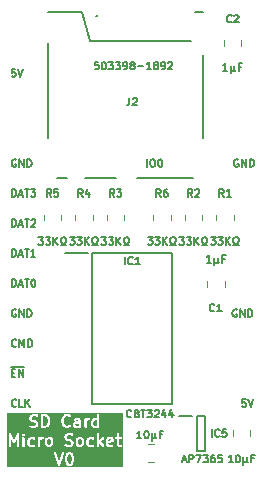
<source format=gto>
%TF.GenerationSoftware,KiCad,Pcbnew,8.0.3*%
%TF.CreationDate,2024-07-05T17:13:44+02:00*%
%TF.ProjectId,SD Card Micro Socket,53442043-6172-4642-904d-6963726f2053,V0*%
%TF.SameCoordinates,PX6d01460PY32de760*%
%TF.FileFunction,Legend,Top*%
%TF.FilePolarity,Positive*%
%FSLAX46Y46*%
G04 Gerber Fmt 4.6, Leading zero omitted, Abs format (unit mm)*
G04 Created by KiCad (PCBNEW 8.0.3) date 2024-07-05 17:13:44*
%MOMM*%
%LPD*%
G01*
G04 APERTURE LIST*
%ADD10C,0.150000*%
%ADD11C,0.200000*%
%ADD12C,0.120000*%
G04 APERTURE END LIST*
D10*
X1568255Y349037D02*
X1265874Y349037D01*
X1265874Y349037D02*
X1235636Y46656D01*
X1235636Y46656D02*
X1265874Y76895D01*
X1265874Y76895D02*
X1326350Y107133D01*
X1326350Y107133D02*
X1477541Y107133D01*
X1477541Y107133D02*
X1538017Y76895D01*
X1538017Y76895D02*
X1568255Y46656D01*
X1568255Y46656D02*
X1598493Y-13820D01*
X1598493Y-13820D02*
X1598493Y-165010D01*
X1598493Y-165010D02*
X1568255Y-225486D01*
X1568255Y-225486D02*
X1538017Y-255725D01*
X1538017Y-255725D02*
X1477541Y-285963D01*
X1477541Y-285963D02*
X1326350Y-285963D01*
X1326350Y-285963D02*
X1265874Y-255725D01*
X1265874Y-255725D02*
X1235636Y-225486D01*
X1779922Y349037D02*
X1991588Y-285963D01*
X1991588Y-285963D02*
X2203255Y349037D01*
X1598493Y-7301201D02*
X1538017Y-7270963D01*
X1538017Y-7270963D02*
X1447303Y-7270963D01*
X1447303Y-7270963D02*
X1356588Y-7301201D01*
X1356588Y-7301201D02*
X1296112Y-7361677D01*
X1296112Y-7361677D02*
X1265874Y-7422153D01*
X1265874Y-7422153D02*
X1235636Y-7543105D01*
X1235636Y-7543105D02*
X1235636Y-7633820D01*
X1235636Y-7633820D02*
X1265874Y-7754772D01*
X1265874Y-7754772D02*
X1296112Y-7815248D01*
X1296112Y-7815248D02*
X1356588Y-7875725D01*
X1356588Y-7875725D02*
X1447303Y-7905963D01*
X1447303Y-7905963D02*
X1507779Y-7905963D01*
X1507779Y-7905963D02*
X1598493Y-7875725D01*
X1598493Y-7875725D02*
X1628731Y-7845486D01*
X1628731Y-7845486D02*
X1628731Y-7633820D01*
X1628731Y-7633820D02*
X1507779Y-7633820D01*
X1900874Y-7905963D02*
X1900874Y-7270963D01*
X1900874Y-7270963D02*
X2263731Y-7905963D01*
X2263731Y-7905963D02*
X2263731Y-7270963D01*
X2566112Y-7905963D02*
X2566112Y-7270963D01*
X2566112Y-7270963D02*
X2717302Y-7270963D01*
X2717302Y-7270963D02*
X2808017Y-7301201D01*
X2808017Y-7301201D02*
X2868493Y-7361677D01*
X2868493Y-7361677D02*
X2898731Y-7422153D01*
X2898731Y-7422153D02*
X2928969Y-7543105D01*
X2928969Y-7543105D02*
X2928969Y-7633820D01*
X2928969Y-7633820D02*
X2898731Y-7754772D01*
X2898731Y-7754772D02*
X2868493Y-7815248D01*
X2868493Y-7815248D02*
X2808017Y-7875725D01*
X2808017Y-7875725D02*
X2717302Y-7905963D01*
X2717302Y-7905963D02*
X2566112Y-7905963D01*
X1598493Y-20001201D02*
X1538017Y-19970963D01*
X1538017Y-19970963D02*
X1447303Y-19970963D01*
X1447303Y-19970963D02*
X1356588Y-20001201D01*
X1356588Y-20001201D02*
X1296112Y-20061677D01*
X1296112Y-20061677D02*
X1265874Y-20122153D01*
X1265874Y-20122153D02*
X1235636Y-20243105D01*
X1235636Y-20243105D02*
X1235636Y-20333820D01*
X1235636Y-20333820D02*
X1265874Y-20454772D01*
X1265874Y-20454772D02*
X1296112Y-20515248D01*
X1296112Y-20515248D02*
X1356588Y-20575725D01*
X1356588Y-20575725D02*
X1447303Y-20605963D01*
X1447303Y-20605963D02*
X1507779Y-20605963D01*
X1507779Y-20605963D02*
X1598493Y-20575725D01*
X1598493Y-20575725D02*
X1628731Y-20545486D01*
X1628731Y-20545486D02*
X1628731Y-20333820D01*
X1628731Y-20333820D02*
X1507779Y-20333820D01*
X1900874Y-20605963D02*
X1900874Y-19970963D01*
X1900874Y-19970963D02*
X2263731Y-20605963D01*
X2263731Y-20605963D02*
X2263731Y-19970963D01*
X2566112Y-20605963D02*
X2566112Y-19970963D01*
X2566112Y-19970963D02*
X2717302Y-19970963D01*
X2717302Y-19970963D02*
X2808017Y-20001201D01*
X2808017Y-20001201D02*
X2868493Y-20061677D01*
X2868493Y-20061677D02*
X2898731Y-20122153D01*
X2898731Y-20122153D02*
X2928969Y-20243105D01*
X2928969Y-20243105D02*
X2928969Y-20333820D01*
X2928969Y-20333820D02*
X2898731Y-20454772D01*
X2898731Y-20454772D02*
X2868493Y-20515248D01*
X2868493Y-20515248D02*
X2808017Y-20575725D01*
X2808017Y-20575725D02*
X2717302Y-20605963D01*
X2717302Y-20605963D02*
X2566112Y-20605963D01*
X1265874Y-10445963D02*
X1265874Y-9810963D01*
X1265874Y-9810963D02*
X1417064Y-9810963D01*
X1417064Y-9810963D02*
X1507779Y-9841201D01*
X1507779Y-9841201D02*
X1568255Y-9901677D01*
X1568255Y-9901677D02*
X1598493Y-9962153D01*
X1598493Y-9962153D02*
X1628731Y-10083105D01*
X1628731Y-10083105D02*
X1628731Y-10173820D01*
X1628731Y-10173820D02*
X1598493Y-10294772D01*
X1598493Y-10294772D02*
X1568255Y-10355248D01*
X1568255Y-10355248D02*
X1507779Y-10415725D01*
X1507779Y-10415725D02*
X1417064Y-10445963D01*
X1417064Y-10445963D02*
X1265874Y-10445963D01*
X1870636Y-10264534D02*
X2173017Y-10264534D01*
X1810160Y-10445963D02*
X2021826Y-9810963D01*
X2021826Y-9810963D02*
X2233493Y-10445963D01*
X2354446Y-9810963D02*
X2717303Y-9810963D01*
X2535874Y-10445963D02*
X2535874Y-9810963D01*
X2868494Y-9810963D02*
X3261589Y-9810963D01*
X3261589Y-9810963D02*
X3049922Y-10052867D01*
X3049922Y-10052867D02*
X3140637Y-10052867D01*
X3140637Y-10052867D02*
X3201113Y-10083105D01*
X3201113Y-10083105D02*
X3231351Y-10113344D01*
X3231351Y-10113344D02*
X3261589Y-10173820D01*
X3261589Y-10173820D02*
X3261589Y-10325010D01*
X3261589Y-10325010D02*
X3231351Y-10385486D01*
X3231351Y-10385486D02*
X3201113Y-10415725D01*
X3201113Y-10415725D02*
X3140637Y-10445963D01*
X3140637Y-10445963D02*
X2959208Y-10445963D01*
X2959208Y-10445963D02*
X2898732Y-10415725D01*
X2898732Y-10415725D02*
X2868494Y-10385486D01*
X1265874Y-18065963D02*
X1265874Y-17430963D01*
X1265874Y-17430963D02*
X1417064Y-17430963D01*
X1417064Y-17430963D02*
X1507779Y-17461201D01*
X1507779Y-17461201D02*
X1568255Y-17521677D01*
X1568255Y-17521677D02*
X1598493Y-17582153D01*
X1598493Y-17582153D02*
X1628731Y-17703105D01*
X1628731Y-17703105D02*
X1628731Y-17793820D01*
X1628731Y-17793820D02*
X1598493Y-17914772D01*
X1598493Y-17914772D02*
X1568255Y-17975248D01*
X1568255Y-17975248D02*
X1507779Y-18035725D01*
X1507779Y-18035725D02*
X1417064Y-18065963D01*
X1417064Y-18065963D02*
X1265874Y-18065963D01*
X1870636Y-17884534D02*
X2173017Y-17884534D01*
X1810160Y-18065963D02*
X2021826Y-17430963D01*
X2021826Y-17430963D02*
X2233493Y-18065963D01*
X2354446Y-17430963D02*
X2717303Y-17430963D01*
X2535874Y-18065963D02*
X2535874Y-17430963D01*
X3049922Y-17430963D02*
X3110399Y-17430963D01*
X3110399Y-17430963D02*
X3170875Y-17461201D01*
X3170875Y-17461201D02*
X3201113Y-17491439D01*
X3201113Y-17491439D02*
X3231351Y-17551915D01*
X3231351Y-17551915D02*
X3261589Y-17672867D01*
X3261589Y-17672867D02*
X3261589Y-17824058D01*
X3261589Y-17824058D02*
X3231351Y-17945010D01*
X3231351Y-17945010D02*
X3201113Y-18005486D01*
X3201113Y-18005486D02*
X3170875Y-18035725D01*
X3170875Y-18035725D02*
X3110399Y-18065963D01*
X3110399Y-18065963D02*
X3049922Y-18065963D01*
X3049922Y-18065963D02*
X2989446Y-18035725D01*
X2989446Y-18035725D02*
X2959208Y-18005486D01*
X2959208Y-18005486D02*
X2928970Y-17945010D01*
X2928970Y-17945010D02*
X2898732Y-17824058D01*
X2898732Y-17824058D02*
X2898732Y-17672867D01*
X2898732Y-17672867D02*
X2928970Y-17551915D01*
X2928970Y-17551915D02*
X2959208Y-17491439D01*
X2959208Y-17491439D02*
X2989446Y-17461201D01*
X2989446Y-17461201D02*
X3049922Y-17430963D01*
X1628731Y-28165486D02*
X1598493Y-28195725D01*
X1598493Y-28195725D02*
X1507779Y-28225963D01*
X1507779Y-28225963D02*
X1447303Y-28225963D01*
X1447303Y-28225963D02*
X1356588Y-28195725D01*
X1356588Y-28195725D02*
X1296112Y-28135248D01*
X1296112Y-28135248D02*
X1265874Y-28074772D01*
X1265874Y-28074772D02*
X1235636Y-27953820D01*
X1235636Y-27953820D02*
X1235636Y-27863105D01*
X1235636Y-27863105D02*
X1265874Y-27742153D01*
X1265874Y-27742153D02*
X1296112Y-27681677D01*
X1296112Y-27681677D02*
X1356588Y-27621201D01*
X1356588Y-27621201D02*
X1447303Y-27590963D01*
X1447303Y-27590963D02*
X1507779Y-27590963D01*
X1507779Y-27590963D02*
X1598493Y-27621201D01*
X1598493Y-27621201D02*
X1628731Y-27651439D01*
X2203255Y-28225963D02*
X1900874Y-28225963D01*
X1900874Y-28225963D02*
X1900874Y-27590963D01*
X2414922Y-28225963D02*
X2414922Y-27590963D01*
X2777779Y-28225963D02*
X2505636Y-27863105D01*
X2777779Y-27590963D02*
X2414922Y-27953820D01*
X1628731Y-23085486D02*
X1598493Y-23115725D01*
X1598493Y-23115725D02*
X1507779Y-23145963D01*
X1507779Y-23145963D02*
X1447303Y-23145963D01*
X1447303Y-23145963D02*
X1356588Y-23115725D01*
X1356588Y-23115725D02*
X1296112Y-23055248D01*
X1296112Y-23055248D02*
X1265874Y-22994772D01*
X1265874Y-22994772D02*
X1235636Y-22873820D01*
X1235636Y-22873820D02*
X1235636Y-22783105D01*
X1235636Y-22783105D02*
X1265874Y-22662153D01*
X1265874Y-22662153D02*
X1296112Y-22601677D01*
X1296112Y-22601677D02*
X1356588Y-22541201D01*
X1356588Y-22541201D02*
X1447303Y-22510963D01*
X1447303Y-22510963D02*
X1507779Y-22510963D01*
X1507779Y-22510963D02*
X1598493Y-22541201D01*
X1598493Y-22541201D02*
X1628731Y-22571439D01*
X1900874Y-23145963D02*
X1900874Y-22510963D01*
X1900874Y-22510963D02*
X2112541Y-22964534D01*
X2112541Y-22964534D02*
X2324207Y-22510963D01*
X2324207Y-22510963D02*
X2324207Y-23145963D01*
X2626588Y-23145963D02*
X2626588Y-22510963D01*
X2626588Y-22510963D02*
X2777778Y-22510963D01*
X2777778Y-22510963D02*
X2868493Y-22541201D01*
X2868493Y-22541201D02*
X2928969Y-22601677D01*
X2928969Y-22601677D02*
X2959207Y-22662153D01*
X2959207Y-22662153D02*
X2989445Y-22783105D01*
X2989445Y-22783105D02*
X2989445Y-22873820D01*
X2989445Y-22873820D02*
X2959207Y-22994772D01*
X2959207Y-22994772D02*
X2928969Y-23055248D01*
X2928969Y-23055248D02*
X2868493Y-23115725D01*
X2868493Y-23115725D02*
X2777778Y-23145963D01*
X2777778Y-23145963D02*
X2626588Y-23145963D01*
X1265874Y-25353344D02*
X1477541Y-25353344D01*
X1568255Y-25685963D02*
X1265874Y-25685963D01*
X1265874Y-25685963D02*
X1265874Y-25050963D01*
X1265874Y-25050963D02*
X1568255Y-25050963D01*
X1840398Y-25685963D02*
X1840398Y-25050963D01*
X1840398Y-25050963D02*
X2203255Y-25685963D01*
X2203255Y-25685963D02*
X2203255Y-25050963D01*
X1178184Y-24874675D02*
X2290946Y-24874675D01*
X1265874Y-15525963D02*
X1265874Y-14890963D01*
X1265874Y-14890963D02*
X1417064Y-14890963D01*
X1417064Y-14890963D02*
X1507779Y-14921201D01*
X1507779Y-14921201D02*
X1568255Y-14981677D01*
X1568255Y-14981677D02*
X1598493Y-15042153D01*
X1598493Y-15042153D02*
X1628731Y-15163105D01*
X1628731Y-15163105D02*
X1628731Y-15253820D01*
X1628731Y-15253820D02*
X1598493Y-15374772D01*
X1598493Y-15374772D02*
X1568255Y-15435248D01*
X1568255Y-15435248D02*
X1507779Y-15495725D01*
X1507779Y-15495725D02*
X1417064Y-15525963D01*
X1417064Y-15525963D02*
X1265874Y-15525963D01*
X1870636Y-15344534D02*
X2173017Y-15344534D01*
X1810160Y-15525963D02*
X2021826Y-14890963D01*
X2021826Y-14890963D02*
X2233493Y-15525963D01*
X2354446Y-14890963D02*
X2717303Y-14890963D01*
X2535874Y-15525963D02*
X2535874Y-14890963D01*
X3261589Y-15525963D02*
X2898732Y-15525963D01*
X3080160Y-15525963D02*
X3080160Y-14890963D01*
X3080160Y-14890963D02*
X3019684Y-14981677D01*
X3019684Y-14981677D02*
X2959208Y-15042153D01*
X2959208Y-15042153D02*
X2898732Y-15072391D01*
X1265874Y-12985963D02*
X1265874Y-12350963D01*
X1265874Y-12350963D02*
X1417064Y-12350963D01*
X1417064Y-12350963D02*
X1507779Y-12381201D01*
X1507779Y-12381201D02*
X1568255Y-12441677D01*
X1568255Y-12441677D02*
X1598493Y-12502153D01*
X1598493Y-12502153D02*
X1628731Y-12623105D01*
X1628731Y-12623105D02*
X1628731Y-12713820D01*
X1628731Y-12713820D02*
X1598493Y-12834772D01*
X1598493Y-12834772D02*
X1568255Y-12895248D01*
X1568255Y-12895248D02*
X1507779Y-12955725D01*
X1507779Y-12955725D02*
X1417064Y-12985963D01*
X1417064Y-12985963D02*
X1265874Y-12985963D01*
X1870636Y-12804534D02*
X2173017Y-12804534D01*
X1810160Y-12985963D02*
X2021826Y-12350963D01*
X2021826Y-12350963D02*
X2233493Y-12985963D01*
X2354446Y-12350963D02*
X2717303Y-12350963D01*
X2535874Y-12985963D02*
X2535874Y-12350963D01*
X2898732Y-12411439D02*
X2928970Y-12381201D01*
X2928970Y-12381201D02*
X2989446Y-12350963D01*
X2989446Y-12350963D02*
X3140637Y-12350963D01*
X3140637Y-12350963D02*
X3201113Y-12381201D01*
X3201113Y-12381201D02*
X3231351Y-12411439D01*
X3231351Y-12411439D02*
X3261589Y-12471915D01*
X3261589Y-12471915D02*
X3261589Y-12532391D01*
X3261589Y-12532391D02*
X3231351Y-12623105D01*
X3231351Y-12623105D02*
X2868494Y-12985963D01*
X2868494Y-12985963D02*
X3261589Y-12985963D01*
D11*
G36*
X6225024Y-32268453D02*
G01*
X6250801Y-32293115D01*
X6285877Y-32360670D01*
X6329329Y-32528131D01*
X6330921Y-32741622D01*
X6290522Y-32909555D01*
X6254431Y-32984576D01*
X6229769Y-33010354D01*
X6169629Y-33041579D01*
X6121165Y-33042391D01*
X6062115Y-33013983D01*
X6036341Y-32989324D01*
X6001264Y-32921764D01*
X5957812Y-32754305D01*
X5956220Y-32540815D01*
X5996619Y-32372881D01*
X6032710Y-32297860D01*
X6057372Y-32272083D01*
X6117511Y-32240858D01*
X6165976Y-32240046D01*
X6225024Y-32268453D01*
G37*
G36*
X4510738Y-30991842D02*
G01*
X4536515Y-31016504D01*
X4567512Y-31076204D01*
X4569013Y-31314625D01*
X4540145Y-31374632D01*
X4515483Y-31400410D01*
X4455551Y-31431527D01*
X4359705Y-31432661D01*
X4300210Y-31404039D01*
X4274436Y-31379380D01*
X4243438Y-31319676D01*
X4241937Y-31081256D01*
X4270805Y-31021249D01*
X4295467Y-30995472D01*
X4355398Y-30964355D01*
X4451245Y-30963221D01*
X4510738Y-30991842D01*
G37*
G36*
X7129786Y-30991842D02*
G01*
X7155563Y-31016504D01*
X7186560Y-31076204D01*
X7188061Y-31314625D01*
X7159193Y-31374632D01*
X7134531Y-31400410D01*
X7074599Y-31431527D01*
X6978753Y-31432661D01*
X6919258Y-31404039D01*
X6893484Y-31379380D01*
X6862486Y-31319676D01*
X6860985Y-31081256D01*
X6889853Y-31021249D01*
X6914515Y-30995472D01*
X6974446Y-30964355D01*
X7070293Y-30963221D01*
X7129786Y-30991842D01*
G37*
G36*
X9687990Y-30985480D02*
G01*
X9706815Y-31021738D01*
X9432557Y-31077676D01*
X9432346Y-31033777D01*
X9454920Y-30986855D01*
X9498144Y-30964413D01*
X9641474Y-30963102D01*
X9687990Y-30985480D01*
G37*
G36*
X4159306Y-29054310D02*
G01*
X4226447Y-29119797D01*
X4262067Y-29188401D01*
X4305546Y-29355968D01*
X4306952Y-29474776D01*
X4266712Y-29642048D01*
X4230790Y-29716718D01*
X4163481Y-29785726D01*
X4060299Y-29821419D01*
X3933860Y-29822362D01*
X3932349Y-29020597D01*
X4051461Y-29019709D01*
X4159306Y-29054310D01*
G37*
G36*
X6916778Y-29639593D02*
G01*
X6925376Y-29638981D01*
X6925989Y-29812208D01*
X6908115Y-29821488D01*
X6717253Y-29822912D01*
X6670581Y-29800458D01*
X6647972Y-29756913D01*
X6647160Y-29708448D01*
X6669205Y-29662625D01*
X6712358Y-29640220D01*
X6914145Y-29638715D01*
X6916778Y-29639593D01*
G37*
G36*
X8449166Y-29363731D02*
G01*
X8450011Y-29812098D01*
X8431854Y-29821525D01*
X8288525Y-29822836D01*
X8228782Y-29794095D01*
X8203008Y-29769436D01*
X8172010Y-29709732D01*
X8170509Y-29471312D01*
X8199377Y-29411305D01*
X8224039Y-29385528D01*
X8283858Y-29354469D01*
X8427188Y-29353158D01*
X8449166Y-29363731D01*
G37*
G36*
X10686095Y-33352330D02*
G01*
X884841Y-33352330D01*
X884841Y-32153726D01*
X4806261Y-32153726D01*
X4810608Y-32172842D01*
X5141869Y-33160734D01*
X5142360Y-33167632D01*
X5147893Y-33178699D01*
X5151932Y-33190742D01*
X5156615Y-33196141D01*
X5159810Y-33202531D01*
X5169281Y-33210746D01*
X5177497Y-33220218D01*
X5183885Y-33223412D01*
X5189286Y-33228096D01*
X5201187Y-33232063D01*
X5212396Y-33237667D01*
X5219520Y-33238173D01*
X5226302Y-33240434D01*
X5238811Y-33239544D01*
X5251316Y-33240434D01*
X5258094Y-33238174D01*
X5265222Y-33237668D01*
X5276438Y-33232059D01*
X5288332Y-33228095D01*
X5293729Y-33223414D01*
X5300121Y-33220218D01*
X5308339Y-33210742D01*
X5317808Y-33202530D01*
X5321001Y-33196143D01*
X5325686Y-33190742D01*
X5333677Y-33172842D01*
X5549274Y-32522171D01*
X5757857Y-32522171D01*
X5759587Y-32754288D01*
X5757975Y-32765127D01*
X5759758Y-32777188D01*
X5759778Y-32779775D01*
X5760342Y-32781138D01*
X5760843Y-32784520D01*
X5808347Y-32967599D01*
X5809027Y-32977155D01*
X5814618Y-32991767D01*
X5815057Y-32993456D01*
X5815487Y-32994036D01*
X5816033Y-32995463D01*
X5865370Y-33090487D01*
X5869947Y-33101537D01*
X5873105Y-33105385D01*
X5874095Y-33107291D01*
X5876089Y-33109020D01*
X5882384Y-33116690D01*
X5932484Y-33164623D01*
X5939402Y-33172600D01*
X5943551Y-33175211D01*
X5945156Y-33176747D01*
X5947596Y-33177757D01*
X5955993Y-33183043D01*
X6039010Y-33222981D01*
X6040395Y-33224366D01*
X6051144Y-33228818D01*
X6069539Y-33237668D01*
X6073122Y-33237922D01*
X6076443Y-33239298D01*
X6095952Y-33241219D01*
X6176969Y-33239862D01*
X6178683Y-33240434D01*
X6189727Y-33239649D01*
X6210699Y-33239298D01*
X6214019Y-33237922D01*
X6217603Y-33237668D01*
X6235911Y-33230662D01*
X6330939Y-33181322D01*
X6341986Y-33176747D01*
X6345832Y-33173589D01*
X6347739Y-33172600D01*
X6349469Y-33170605D01*
X6357139Y-33164310D01*
X6405072Y-33114207D01*
X6413047Y-33107292D01*
X6415658Y-33103142D01*
X6417195Y-33101537D01*
X6418206Y-33099095D01*
X6423490Y-33090701D01*
X6466918Y-33000429D01*
X6472085Y-32993456D01*
X6477313Y-32978821D01*
X6478115Y-32977155D01*
X6478166Y-32976434D01*
X6478680Y-32974996D01*
X6523259Y-32789683D01*
X6527364Y-32779775D01*
X6528556Y-32767665D01*
X6529167Y-32765127D01*
X6528949Y-32763668D01*
X6529285Y-32760266D01*
X6527554Y-32528148D01*
X6529167Y-32517310D01*
X6527383Y-32505248D01*
X6527364Y-32502662D01*
X6526799Y-32501298D01*
X6526299Y-32497917D01*
X6478794Y-32314837D01*
X6478115Y-32305282D01*
X6472522Y-32290666D01*
X6472085Y-32288981D01*
X6471655Y-32288401D01*
X6471109Y-32286973D01*
X6421766Y-32191939D01*
X6417194Y-32180899D01*
X6414038Y-32177053D01*
X6413047Y-32175145D01*
X6411049Y-32173412D01*
X6404757Y-32165746D01*
X6354656Y-32117814D01*
X6347739Y-32109838D01*
X6343589Y-32107225D01*
X6341985Y-32105691D01*
X6339545Y-32104680D01*
X6331149Y-32099395D01*
X6248131Y-32059456D01*
X6246747Y-32058072D01*
X6235997Y-32053619D01*
X6217603Y-32044770D01*
X6214019Y-32044515D01*
X6210699Y-32043140D01*
X6191190Y-32041219D01*
X6110172Y-32042575D01*
X6108459Y-32042004D01*
X6097414Y-32042788D01*
X6076443Y-32043140D01*
X6073122Y-32044515D01*
X6069539Y-32044770D01*
X6051230Y-32051776D01*
X5956196Y-32101118D01*
X5945156Y-32105691D01*
X5941310Y-32108846D01*
X5939402Y-32109838D01*
X5937669Y-32111835D01*
X5930003Y-32118128D01*
X5882071Y-32168228D01*
X5874095Y-32175146D01*
X5871482Y-32179295D01*
X5869948Y-32180900D01*
X5868937Y-32183339D01*
X5863652Y-32191736D01*
X5820223Y-32282007D01*
X5815057Y-32288981D01*
X5809829Y-32303613D01*
X5809027Y-32305282D01*
X5808975Y-32306004D01*
X5808462Y-32307442D01*
X5763882Y-32492752D01*
X5759778Y-32502662D01*
X5758585Y-32514771D01*
X5757975Y-32517310D01*
X5758192Y-32518768D01*
X5757857Y-32522171D01*
X5549274Y-32522171D01*
X5671357Y-32153727D01*
X5668591Y-32114807D01*
X5651141Y-32079908D01*
X5621665Y-32054343D01*
X5584649Y-32042004D01*
X5545729Y-32044771D01*
X5510830Y-32062220D01*
X5485265Y-32091696D01*
X5477274Y-32109597D01*
X5239242Y-32827973D01*
X4992353Y-32091696D01*
X4966788Y-32062220D01*
X4931889Y-32044770D01*
X4892969Y-32042004D01*
X4855953Y-32054342D01*
X4826477Y-32079907D01*
X4809027Y-32114806D01*
X4806261Y-32153726D01*
X884841Y-32153726D01*
X884841Y-30531275D01*
X995952Y-30531275D01*
X997873Y-31550784D01*
X1012805Y-31586832D01*
X1040395Y-31614422D01*
X1076443Y-31629354D01*
X1115461Y-31629354D01*
X1151509Y-31614422D01*
X1179099Y-31586832D01*
X1194031Y-31550784D01*
X1195952Y-31531275D01*
X1194908Y-30977285D01*
X1338800Y-31283723D01*
X1343779Y-31297412D01*
X1346754Y-31300661D01*
X1348658Y-31304715D01*
X1359868Y-31314981D01*
X1370130Y-31326187D01*
X1374155Y-31328065D01*
X1377433Y-31331067D01*
X1391715Y-31336260D01*
X1405488Y-31342688D01*
X1409927Y-31342883D01*
X1414102Y-31344401D01*
X1429285Y-31343733D01*
X1444468Y-31344401D01*
X1448641Y-31342883D01*
X1453083Y-31342688D01*
X1466867Y-31336255D01*
X1481137Y-31331066D01*
X1484410Y-31328068D01*
X1488440Y-31326188D01*
X1498709Y-31314973D01*
X1509912Y-31304715D01*
X1513223Y-31299124D01*
X1514792Y-31297412D01*
X1515672Y-31294990D01*
X1519903Y-31287849D01*
X1663460Y-30978307D01*
X1664539Y-31550784D01*
X1679471Y-31586832D01*
X1707061Y-31614422D01*
X1743109Y-31629354D01*
X1782127Y-31629354D01*
X1818175Y-31614422D01*
X1845765Y-31586832D01*
X1860697Y-31550784D01*
X1862618Y-31531275D01*
X1861362Y-30864608D01*
X2138809Y-30864608D01*
X2140730Y-31550784D01*
X2155662Y-31586832D01*
X2183252Y-31614422D01*
X2219300Y-31629354D01*
X2258318Y-31629354D01*
X2294366Y-31614422D01*
X2321956Y-31586832D01*
X2336888Y-31550784D01*
X2338809Y-31531275D01*
X2337476Y-31055084D01*
X2567380Y-31055084D01*
X2569082Y-31325539D01*
X2568165Y-31328291D01*
X2569190Y-31342717D01*
X2569301Y-31360307D01*
X2570676Y-31363627D01*
X2570931Y-31367211D01*
X2577937Y-31385519D01*
X2627274Y-31480543D01*
X2631851Y-31491593D01*
X2635009Y-31495441D01*
X2635999Y-31497347D01*
X2637993Y-31499076D01*
X2644288Y-31506746D01*
X2694388Y-31554679D01*
X2701306Y-31562656D01*
X2705455Y-31565267D01*
X2707060Y-31566803D01*
X2709500Y-31567813D01*
X2717897Y-31573099D01*
X2800914Y-31613037D01*
X2802299Y-31614422D01*
X2813048Y-31618874D01*
X2831443Y-31627724D01*
X2835026Y-31627978D01*
X2838347Y-31629354D01*
X2857856Y-31631275D01*
X3033363Y-31629669D01*
X3035825Y-31630490D01*
X3049440Y-31629522D01*
X3067841Y-31629354D01*
X3071161Y-31627978D01*
X3074745Y-31627724D01*
X3093053Y-31620718D01*
X3204881Y-31562656D01*
X3230446Y-31533179D01*
X3242784Y-31496163D01*
X3240019Y-31457243D01*
X3222570Y-31422345D01*
X3193093Y-31396780D01*
X3156077Y-31384441D01*
X3117157Y-31387207D01*
X3098848Y-31394213D01*
X3027091Y-31431469D01*
X2883762Y-31432780D01*
X2824019Y-31404039D01*
X2798245Y-31379380D01*
X2767247Y-31319676D01*
X2765746Y-31081256D01*
X2794614Y-31021249D01*
X2819276Y-30995472D01*
X2879095Y-30964413D01*
X3022425Y-30963102D01*
X3117157Y-31008676D01*
X3156077Y-31011442D01*
X3193093Y-30999103D01*
X3222570Y-30973538D01*
X3240019Y-30938640D01*
X3242784Y-30899720D01*
X3231081Y-30864608D01*
X3472142Y-30864608D01*
X3474063Y-31550784D01*
X3488995Y-31586832D01*
X3516585Y-31614422D01*
X3552633Y-31629354D01*
X3591651Y-31629354D01*
X3627699Y-31614422D01*
X3655289Y-31586832D01*
X3670221Y-31550784D01*
X3672142Y-31531275D01*
X3670879Y-31080484D01*
X3683099Y-31055084D01*
X4043571Y-31055084D01*
X4045273Y-31325539D01*
X4044356Y-31328291D01*
X4045381Y-31342717D01*
X4045492Y-31360307D01*
X4046867Y-31363627D01*
X4047122Y-31367211D01*
X4054128Y-31385519D01*
X4103465Y-31480543D01*
X4108042Y-31491593D01*
X4111200Y-31495441D01*
X4112190Y-31497347D01*
X4114184Y-31499076D01*
X4120479Y-31506746D01*
X4170579Y-31554679D01*
X4177497Y-31562656D01*
X4181646Y-31565267D01*
X4183251Y-31566803D01*
X4185691Y-31567813D01*
X4194088Y-31573099D01*
X4277105Y-31613037D01*
X4278490Y-31614422D01*
X4289239Y-31618874D01*
X4307634Y-31627724D01*
X4311217Y-31627978D01*
X4314538Y-31629354D01*
X4334047Y-31631275D01*
X4462203Y-31629758D01*
X4464397Y-31630490D01*
X4477179Y-31629581D01*
X4496413Y-31629354D01*
X4499733Y-31627978D01*
X4503317Y-31627724D01*
X4521625Y-31620718D01*
X4616653Y-31571378D01*
X4627700Y-31566803D01*
X4631546Y-31563645D01*
X4633453Y-31562656D01*
X4635183Y-31560661D01*
X4642853Y-31554366D01*
X4690786Y-31504263D01*
X4698761Y-31497348D01*
X4701372Y-31493198D01*
X4702909Y-31491593D01*
X4703920Y-31489151D01*
X4709204Y-31480757D01*
X4749142Y-31397739D01*
X4750527Y-31396355D01*
X4754979Y-31385605D01*
X4763829Y-31367211D01*
X4764083Y-31363627D01*
X4765459Y-31360307D01*
X4767380Y-31340798D01*
X4765677Y-31070342D01*
X4766595Y-31067591D01*
X4765569Y-31053164D01*
X4765459Y-31035575D01*
X4764083Y-31032254D01*
X4763829Y-31028671D01*
X4756823Y-31010362D01*
X4707480Y-30915328D01*
X4702908Y-30904288D01*
X4699752Y-30900442D01*
X4698761Y-30898534D01*
X4696763Y-30896801D01*
X4690471Y-30889135D01*
X4640370Y-30841203D01*
X4633453Y-30833227D01*
X4629303Y-30830614D01*
X4627699Y-30829080D01*
X4625259Y-30828069D01*
X4616863Y-30822784D01*
X4533845Y-30782845D01*
X4532461Y-30781461D01*
X4521711Y-30777008D01*
X4503317Y-30768159D01*
X4499733Y-30767904D01*
X4496413Y-30766529D01*
X4476904Y-30764608D01*
X4348747Y-30766124D01*
X4346554Y-30765393D01*
X4333771Y-30766301D01*
X4314538Y-30766529D01*
X4311217Y-30767904D01*
X4307634Y-30768159D01*
X4289325Y-30775165D01*
X4194291Y-30824507D01*
X4183251Y-30829080D01*
X4179405Y-30832235D01*
X4177497Y-30833227D01*
X4175764Y-30835224D01*
X4168098Y-30841517D01*
X4120166Y-30891617D01*
X4112190Y-30898535D01*
X4109577Y-30902684D01*
X4108043Y-30904289D01*
X4107032Y-30906728D01*
X4101747Y-30915125D01*
X4061808Y-30998142D01*
X4060424Y-30999527D01*
X4055972Y-31010275D01*
X4047122Y-31028671D01*
X4046867Y-31032254D01*
X4045492Y-31035575D01*
X4043571Y-31055084D01*
X3683099Y-31055084D01*
X3699376Y-31021249D01*
X3724038Y-30995472D01*
X3784177Y-30964247D01*
X3877365Y-30962687D01*
X3913413Y-30947755D01*
X3941003Y-30920165D01*
X3955935Y-30884117D01*
X3955935Y-30845099D01*
X3941003Y-30809051D01*
X3913413Y-30781461D01*
X3877365Y-30766529D01*
X3857856Y-30764608D01*
X3776838Y-30765964D01*
X3775125Y-30765393D01*
X3764080Y-30766177D01*
X3743109Y-30766529D01*
X3739788Y-30767904D01*
X3736205Y-30768159D01*
X3717896Y-30775165D01*
X3654380Y-30808142D01*
X3627699Y-30781461D01*
X3591651Y-30766529D01*
X3552633Y-30766529D01*
X3516585Y-30781461D01*
X3488995Y-30809051D01*
X3474063Y-30845099D01*
X3472142Y-30864608D01*
X3231081Y-30864608D01*
X3230446Y-30862704D01*
X3204881Y-30833227D01*
X3188291Y-30822784D01*
X3105273Y-30782845D01*
X3103889Y-30781461D01*
X3093139Y-30777008D01*
X3074745Y-30768159D01*
X3071161Y-30767904D01*
X3067841Y-30766529D01*
X3048332Y-30764608D01*
X2872824Y-30766213D01*
X2870363Y-30765393D01*
X2856747Y-30766360D01*
X2838347Y-30766529D01*
X2835026Y-30767904D01*
X2831443Y-30768159D01*
X2813134Y-30775165D01*
X2718100Y-30824507D01*
X2707060Y-30829080D01*
X2703214Y-30832235D01*
X2701306Y-30833227D01*
X2699573Y-30835224D01*
X2691907Y-30841517D01*
X2643975Y-30891617D01*
X2635999Y-30898535D01*
X2633386Y-30902684D01*
X2631852Y-30904289D01*
X2630841Y-30906728D01*
X2625556Y-30915125D01*
X2585617Y-30998142D01*
X2584233Y-30999527D01*
X2579781Y-31010275D01*
X2570931Y-31028671D01*
X2570676Y-31032254D01*
X2569301Y-31035575D01*
X2567380Y-31055084D01*
X2337476Y-31055084D01*
X2336888Y-30845099D01*
X2321956Y-30809051D01*
X2294366Y-30781461D01*
X2258318Y-30766529D01*
X2219300Y-30766529D01*
X2183252Y-30781461D01*
X2155662Y-30809051D01*
X2140730Y-30845099D01*
X2138809Y-30864608D01*
X1861362Y-30864608D01*
X1860787Y-30559385D01*
X2093111Y-30559385D01*
X2093111Y-30598403D01*
X2108043Y-30634451D01*
X2120479Y-30649605D01*
X2183251Y-30709660D01*
X2193809Y-30714033D01*
X2219300Y-30724592D01*
X2258318Y-30724592D01*
X2265177Y-30721751D01*
X5710238Y-30721751D01*
X5711594Y-30802768D01*
X5711023Y-30804482D01*
X5711807Y-30815526D01*
X5712159Y-30836498D01*
X5713534Y-30839818D01*
X5713789Y-30843402D01*
X5720795Y-30861710D01*
X5770135Y-30956739D01*
X5774710Y-30967784D01*
X5777866Y-30971630D01*
X5778857Y-30973538D01*
X5780851Y-30975267D01*
X5787146Y-30982938D01*
X5837248Y-31030871D01*
X5844164Y-31038846D01*
X5848313Y-31041457D01*
X5849918Y-31042993D01*
X5852358Y-31044003D01*
X5860755Y-31049289D01*
X5951026Y-31092717D01*
X5958000Y-31097884D01*
X5972634Y-31103112D01*
X5974301Y-31103914D01*
X5975021Y-31103965D01*
X5976460Y-31104479D01*
X6150003Y-31146227D01*
X6225024Y-31182318D01*
X6250801Y-31206980D01*
X6282026Y-31267119D01*
X6282838Y-31315584D01*
X6254431Y-31374632D01*
X6229769Y-31400410D01*
X6170020Y-31431432D01*
X5973774Y-31432896D01*
X5822745Y-31384441D01*
X5783825Y-31387207D01*
X5748926Y-31404657D01*
X5723361Y-31434133D01*
X5711023Y-31471149D01*
X5713789Y-31510069D01*
X5731239Y-31544968D01*
X5760715Y-31570533D01*
X5778615Y-31578524D01*
X5921699Y-31624430D01*
X5933586Y-31629354D01*
X5938578Y-31629845D01*
X5940587Y-31630490D01*
X5943221Y-31630302D01*
X5953095Y-31631275D01*
X6176050Y-31629612D01*
X6178683Y-31630490D01*
X6192788Y-31629487D01*
X6210699Y-31629354D01*
X6214019Y-31627978D01*
X6217603Y-31627724D01*
X6235911Y-31620718D01*
X6330939Y-31571378D01*
X6341986Y-31566803D01*
X6345832Y-31563645D01*
X6347739Y-31562656D01*
X6349469Y-31560661D01*
X6357139Y-31554366D01*
X6405072Y-31504263D01*
X6413047Y-31497348D01*
X6415658Y-31493198D01*
X6417195Y-31491593D01*
X6418206Y-31489151D01*
X6423490Y-31480757D01*
X6463428Y-31397739D01*
X6464813Y-31396355D01*
X6469265Y-31385605D01*
X6478115Y-31367211D01*
X6478369Y-31363627D01*
X6479745Y-31360307D01*
X6481666Y-31340798D01*
X6480309Y-31259780D01*
X6480881Y-31258067D01*
X6480096Y-31247022D01*
X6479745Y-31226051D01*
X6478369Y-31222730D01*
X6478115Y-31219147D01*
X6471109Y-31200838D01*
X6421766Y-31105804D01*
X6417194Y-31094764D01*
X6414038Y-31090918D01*
X6413047Y-31089010D01*
X6411049Y-31087277D01*
X6404757Y-31079611D01*
X6379120Y-31055084D01*
X6662619Y-31055084D01*
X6664321Y-31325539D01*
X6663404Y-31328291D01*
X6664429Y-31342717D01*
X6664540Y-31360307D01*
X6665915Y-31363627D01*
X6666170Y-31367211D01*
X6673176Y-31385519D01*
X6722513Y-31480543D01*
X6727090Y-31491593D01*
X6730248Y-31495441D01*
X6731238Y-31497347D01*
X6733232Y-31499076D01*
X6739527Y-31506746D01*
X6789627Y-31554679D01*
X6796545Y-31562656D01*
X6800694Y-31565267D01*
X6802299Y-31566803D01*
X6804739Y-31567813D01*
X6813136Y-31573099D01*
X6896153Y-31613037D01*
X6897538Y-31614422D01*
X6908287Y-31618874D01*
X6926682Y-31627724D01*
X6930265Y-31627978D01*
X6933586Y-31629354D01*
X6953095Y-31631275D01*
X7081251Y-31629758D01*
X7083445Y-31630490D01*
X7096227Y-31629581D01*
X7115461Y-31629354D01*
X7118781Y-31627978D01*
X7122365Y-31627724D01*
X7140673Y-31620718D01*
X7235701Y-31571378D01*
X7246748Y-31566803D01*
X7250594Y-31563645D01*
X7252501Y-31562656D01*
X7254231Y-31560661D01*
X7261901Y-31554366D01*
X7309834Y-31504263D01*
X7317809Y-31497348D01*
X7320420Y-31493198D01*
X7321957Y-31491593D01*
X7322968Y-31489151D01*
X7328252Y-31480757D01*
X7368190Y-31397739D01*
X7369575Y-31396355D01*
X7374027Y-31385605D01*
X7382877Y-31367211D01*
X7383131Y-31363627D01*
X7384507Y-31360307D01*
X7386428Y-31340798D01*
X7384725Y-31070342D01*
X7385643Y-31067591D01*
X7384754Y-31055084D01*
X7567381Y-31055084D01*
X7569083Y-31325539D01*
X7568166Y-31328291D01*
X7569191Y-31342717D01*
X7569302Y-31360307D01*
X7570677Y-31363627D01*
X7570932Y-31367211D01*
X7577938Y-31385519D01*
X7627275Y-31480543D01*
X7631852Y-31491593D01*
X7635010Y-31495441D01*
X7636000Y-31497347D01*
X7637994Y-31499076D01*
X7644289Y-31506746D01*
X7694389Y-31554679D01*
X7701307Y-31562656D01*
X7705456Y-31565267D01*
X7707061Y-31566803D01*
X7709501Y-31567813D01*
X7717898Y-31573099D01*
X7800915Y-31613037D01*
X7802300Y-31614422D01*
X7813049Y-31618874D01*
X7831444Y-31627724D01*
X7835027Y-31627978D01*
X7838348Y-31629354D01*
X7857857Y-31631275D01*
X8033364Y-31629669D01*
X8035826Y-31630490D01*
X8049441Y-31629522D01*
X8067842Y-31629354D01*
X8071162Y-31627978D01*
X8074746Y-31627724D01*
X8093054Y-31620718D01*
X8204882Y-31562656D01*
X8230447Y-31533179D01*
X8242785Y-31496163D01*
X8240020Y-31457243D01*
X8222571Y-31422345D01*
X8193094Y-31396780D01*
X8156078Y-31384441D01*
X8117158Y-31387207D01*
X8098849Y-31394213D01*
X8027092Y-31431469D01*
X7883763Y-31432780D01*
X7824020Y-31404039D01*
X7798246Y-31379380D01*
X7767248Y-31319676D01*
X7765747Y-31081256D01*
X7794615Y-31021249D01*
X7819277Y-30995472D01*
X7879096Y-30964413D01*
X8022426Y-30963102D01*
X8117158Y-31008676D01*
X8156078Y-31011442D01*
X8193094Y-30999103D01*
X8222571Y-30973538D01*
X8240020Y-30938640D01*
X8242785Y-30899720D01*
X8230447Y-30862704D01*
X8204882Y-30833227D01*
X8188292Y-30822784D01*
X8105274Y-30782845D01*
X8103890Y-30781461D01*
X8093140Y-30777008D01*
X8074746Y-30768159D01*
X8071162Y-30767904D01*
X8067842Y-30766529D01*
X8048333Y-30764608D01*
X7872825Y-30766213D01*
X7870364Y-30765393D01*
X7856748Y-30766360D01*
X7838348Y-30766529D01*
X7835027Y-30767904D01*
X7831444Y-30768159D01*
X7813135Y-30775165D01*
X7718101Y-30824507D01*
X7707061Y-30829080D01*
X7703215Y-30832235D01*
X7701307Y-30833227D01*
X7699574Y-30835224D01*
X7691908Y-30841517D01*
X7643976Y-30891617D01*
X7636000Y-30898535D01*
X7633387Y-30902684D01*
X7631853Y-30904289D01*
X7630842Y-30906728D01*
X7625557Y-30915125D01*
X7585618Y-30998142D01*
X7584234Y-30999527D01*
X7579782Y-31010275D01*
X7570932Y-31028671D01*
X7570677Y-31032254D01*
X7569302Y-31035575D01*
X7567381Y-31055084D01*
X7384754Y-31055084D01*
X7384617Y-31053164D01*
X7384507Y-31035575D01*
X7383131Y-31032254D01*
X7382877Y-31028671D01*
X7375871Y-31010362D01*
X7326528Y-30915328D01*
X7321956Y-30904288D01*
X7318800Y-30900442D01*
X7317809Y-30898534D01*
X7315811Y-30896801D01*
X7309519Y-30889135D01*
X7259418Y-30841203D01*
X7252501Y-30833227D01*
X7248351Y-30830614D01*
X7246747Y-30829080D01*
X7244307Y-30828069D01*
X7235911Y-30822784D01*
X7152893Y-30782845D01*
X7151509Y-30781461D01*
X7140759Y-30777008D01*
X7122365Y-30768159D01*
X7118781Y-30767904D01*
X7115461Y-30766529D01*
X7095952Y-30764608D01*
X6967795Y-30766124D01*
X6965602Y-30765393D01*
X6952819Y-30766301D01*
X6933586Y-30766529D01*
X6930265Y-30767904D01*
X6926682Y-30768159D01*
X6908373Y-30775165D01*
X6813339Y-30824507D01*
X6802299Y-30829080D01*
X6798453Y-30832235D01*
X6796545Y-30833227D01*
X6794812Y-30835224D01*
X6787146Y-30841517D01*
X6739214Y-30891617D01*
X6731238Y-30898535D01*
X6728625Y-30902684D01*
X6727091Y-30904289D01*
X6726080Y-30906728D01*
X6720795Y-30915125D01*
X6680856Y-30998142D01*
X6679472Y-30999527D01*
X6675020Y-31010275D01*
X6666170Y-31028671D01*
X6665915Y-31032254D01*
X6664540Y-31035575D01*
X6662619Y-31055084D01*
X6379120Y-31055084D01*
X6354656Y-31031679D01*
X6347739Y-31023703D01*
X6343589Y-31021090D01*
X6341985Y-31019556D01*
X6339545Y-31018545D01*
X6331149Y-31013260D01*
X6240877Y-30969831D01*
X6233904Y-30964665D01*
X6219271Y-30959437D01*
X6217603Y-30958635D01*
X6216880Y-30958583D01*
X6215443Y-30958070D01*
X6041900Y-30916321D01*
X5966877Y-30880229D01*
X5941104Y-30855571D01*
X5909877Y-30795428D01*
X5909065Y-30746964D01*
X5937472Y-30687916D01*
X5962134Y-30662139D01*
X6021882Y-30631117D01*
X6218128Y-30629653D01*
X6369158Y-30678109D01*
X6408078Y-30675343D01*
X6442977Y-30657893D01*
X6468542Y-30628417D01*
X6480881Y-30591401D01*
X6478114Y-30552481D01*
X6467511Y-30531275D01*
X8472143Y-30531275D01*
X8474064Y-31550784D01*
X8488996Y-31586832D01*
X8516586Y-31614422D01*
X8552634Y-31629354D01*
X8591652Y-31629354D01*
X8627700Y-31614422D01*
X8655290Y-31586832D01*
X8670222Y-31550784D01*
X8672143Y-31531275D01*
X8671748Y-31321908D01*
X8886337Y-31605730D01*
X8919912Y-31625609D01*
X8958538Y-31631127D01*
X8996335Y-31621444D01*
X9027550Y-31598033D01*
X9047429Y-31564459D01*
X9052947Y-31525833D01*
X9043264Y-31488035D01*
X9033095Y-31471275D01*
X8797880Y-31160173D01*
X8949541Y-31007465D01*
X9234048Y-31007465D01*
X9234940Y-31193534D01*
X9234048Y-31198046D01*
X9234984Y-31202729D01*
X9235801Y-31373003D01*
X9234833Y-31375909D01*
X9235886Y-31390733D01*
X9235969Y-31407926D01*
X9237344Y-31411246D01*
X9237599Y-31414829D01*
X9244605Y-31433138D01*
X9291642Y-31523733D01*
X9294791Y-31533179D01*
X9299165Y-31538223D01*
X9302667Y-31544967D01*
X9312138Y-31553181D01*
X9320355Y-31562656D01*
X9330225Y-31568868D01*
X9332143Y-31570532D01*
X9333683Y-31571045D01*
X9336946Y-31573099D01*
X9419963Y-31613037D01*
X9421348Y-31614422D01*
X9432097Y-31618874D01*
X9450492Y-31627724D01*
X9454075Y-31627978D01*
X9457396Y-31629354D01*
X9476905Y-31631275D01*
X9652412Y-31629669D01*
X9654874Y-31630490D01*
X9668489Y-31629522D01*
X9686890Y-31629354D01*
X9690210Y-31627978D01*
X9693794Y-31627724D01*
X9712102Y-31620718D01*
X9823930Y-31562656D01*
X9849495Y-31533179D01*
X9861833Y-31496163D01*
X9859068Y-31457243D01*
X9841619Y-31422345D01*
X9812142Y-31396780D01*
X9775126Y-31384441D01*
X9736206Y-31387207D01*
X9717897Y-31394213D01*
X9646140Y-31431469D01*
X9502811Y-31432780D01*
X9456296Y-31410402D01*
X9433946Y-31367358D01*
X9433526Y-31279709D01*
X9820504Y-31200782D01*
X9829747Y-31200782D01*
X9838712Y-31197068D01*
X9848603Y-31195051D01*
X9856743Y-31189599D01*
X9865795Y-31185850D01*
X9872796Y-31178848D01*
X9881022Y-31173340D01*
X9886456Y-31165188D01*
X9893385Y-31158260D01*
X9897174Y-31149112D01*
X9902666Y-31140875D01*
X9904567Y-31131264D01*
X9908317Y-31122212D01*
X9910238Y-31102703D01*
X9910236Y-31102606D01*
X9910238Y-31102598D01*
X9910236Y-31102588D01*
X9908881Y-31021685D01*
X9909453Y-31019972D01*
X9908668Y-31008927D01*
X9908317Y-30987956D01*
X9906941Y-30984635D01*
X9906687Y-30981052D01*
X9899681Y-30962743D01*
X9852641Y-30872145D01*
X9849495Y-30862704D01*
X9845122Y-30857661D01*
X9841619Y-30850915D01*
X9834913Y-30845099D01*
X9997874Y-30845099D01*
X9997874Y-30884117D01*
X10012806Y-30920165D01*
X10040396Y-30947755D01*
X10076444Y-30962687D01*
X10095953Y-30964608D01*
X10139759Y-30964397D01*
X10140653Y-31372732D01*
X10139595Y-31375909D01*
X10140694Y-31391383D01*
X10140731Y-31407926D01*
X10142106Y-31411246D01*
X10142361Y-31414829D01*
X10149367Y-31433138D01*
X10196404Y-31523733D01*
X10199553Y-31533179D01*
X10203927Y-31538223D01*
X10207429Y-31544967D01*
X10216900Y-31553181D01*
X10225117Y-31562656D01*
X10234987Y-31568868D01*
X10236905Y-31570532D01*
X10238445Y-31571045D01*
X10241708Y-31573099D01*
X10324725Y-31613037D01*
X10326110Y-31614422D01*
X10336859Y-31618874D01*
X10355254Y-31627724D01*
X10358837Y-31627978D01*
X10362158Y-31629354D01*
X10381667Y-31631275D01*
X10496414Y-31629354D01*
X10532462Y-31614422D01*
X10560052Y-31586832D01*
X10574984Y-31550784D01*
X10574984Y-31511766D01*
X10560052Y-31475718D01*
X10532462Y-31448128D01*
X10496414Y-31433196D01*
X10476905Y-31431275D01*
X10406880Y-31432447D01*
X10361058Y-31410402D01*
X10338764Y-31367464D01*
X10337878Y-30963447D01*
X10496414Y-30962687D01*
X10532462Y-30947755D01*
X10560052Y-30920165D01*
X10574984Y-30884117D01*
X10574984Y-30845099D01*
X10560052Y-30809051D01*
X10532462Y-30781461D01*
X10496414Y-30766529D01*
X10476905Y-30764608D01*
X10337444Y-30765276D01*
X10336889Y-30511766D01*
X10321957Y-30475718D01*
X10294367Y-30448128D01*
X10258319Y-30433196D01*
X10219301Y-30433196D01*
X10183253Y-30448128D01*
X10155663Y-30475718D01*
X10140731Y-30511766D01*
X10138810Y-30531275D01*
X10139324Y-30766227D01*
X10076444Y-30766529D01*
X10040396Y-30781461D01*
X10012806Y-30809051D01*
X9997874Y-30845099D01*
X9834913Y-30845099D01*
X9832143Y-30842697D01*
X9823930Y-30833227D01*
X9814058Y-30827013D01*
X9812142Y-30825351D01*
X9810603Y-30824837D01*
X9807340Y-30822784D01*
X9724322Y-30782845D01*
X9722938Y-30781461D01*
X9712188Y-30777008D01*
X9693794Y-30768159D01*
X9690210Y-30767904D01*
X9686890Y-30766529D01*
X9667381Y-30764608D01*
X9491873Y-30766213D01*
X9489412Y-30765393D01*
X9475796Y-30766360D01*
X9457396Y-30766529D01*
X9454075Y-30767904D01*
X9450492Y-30768159D01*
X9432183Y-30775165D01*
X9341585Y-30822204D01*
X9332144Y-30825351D01*
X9327101Y-30829723D01*
X9320355Y-30833227D01*
X9312137Y-30842702D01*
X9302667Y-30850916D01*
X9296453Y-30860787D01*
X9294791Y-30862704D01*
X9294277Y-30864242D01*
X9292224Y-30867506D01*
X9252285Y-30950523D01*
X9250901Y-30951908D01*
X9246448Y-30962657D01*
X9237599Y-30981052D01*
X9237344Y-30984635D01*
X9235969Y-30987956D01*
X9234048Y-31007465D01*
X8949541Y-31007465D01*
X9036242Y-30920166D01*
X9051173Y-30884117D01*
X9051173Y-30845099D01*
X9036242Y-30809051D01*
X9008652Y-30781461D01*
X8972604Y-30766530D01*
X8933586Y-30766530D01*
X8897537Y-30781461D01*
X8882384Y-30793898D01*
X8671154Y-31006586D01*
X8670222Y-30511766D01*
X8655290Y-30475718D01*
X8627700Y-30448128D01*
X8591652Y-30433196D01*
X8552634Y-30433196D01*
X8516586Y-30448128D01*
X8488996Y-30475718D01*
X8474064Y-30511766D01*
X8472143Y-30531275D01*
X6467511Y-30531275D01*
X6460665Y-30517582D01*
X6431189Y-30492017D01*
X6413288Y-30484026D01*
X6270208Y-30438121D01*
X6258318Y-30433196D01*
X6253324Y-30432704D01*
X6251316Y-30432060D01*
X6248682Y-30432247D01*
X6238809Y-30431275D01*
X6015853Y-30432937D01*
X6013221Y-30432060D01*
X5999115Y-30433062D01*
X5981205Y-30433196D01*
X5977884Y-30434571D01*
X5974301Y-30434826D01*
X5955992Y-30441832D01*
X5860958Y-30491174D01*
X5849918Y-30495747D01*
X5846072Y-30498902D01*
X5844164Y-30499894D01*
X5842431Y-30501891D01*
X5834765Y-30508184D01*
X5786833Y-30558284D01*
X5778857Y-30565202D01*
X5776244Y-30569351D01*
X5774710Y-30570956D01*
X5773699Y-30573395D01*
X5768414Y-30581792D01*
X5728475Y-30664809D01*
X5727091Y-30666194D01*
X5722638Y-30676943D01*
X5713789Y-30695338D01*
X5713534Y-30698921D01*
X5712159Y-30702242D01*
X5710238Y-30721751D01*
X2265177Y-30721751D01*
X2294366Y-30709660D01*
X2309520Y-30697224D01*
X2369575Y-30634452D01*
X2384506Y-30598403D01*
X2384506Y-30559385D01*
X2381646Y-30552481D01*
X2369575Y-30523336D01*
X2357138Y-30508183D01*
X2294366Y-30448128D01*
X2258318Y-30433196D01*
X2219300Y-30433196D01*
X2193809Y-30443754D01*
X2183251Y-30448128D01*
X2168098Y-30460565D01*
X2108044Y-30523336D01*
X2108043Y-30523337D01*
X2093111Y-30559385D01*
X1860787Y-30559385D01*
X1860736Y-30532540D01*
X1861459Y-30516092D01*
X1860701Y-30514008D01*
X1860697Y-30511766D01*
X1854056Y-30495735D01*
X1848125Y-30479423D01*
X1846618Y-30477777D01*
X1845765Y-30475718D01*
X1833503Y-30463456D01*
X1821773Y-30450647D01*
X1819749Y-30449702D01*
X1818175Y-30448128D01*
X1802159Y-30441493D01*
X1786416Y-30434147D01*
X1784186Y-30434049D01*
X1782127Y-30433196D01*
X1764775Y-30433196D01*
X1747435Y-30432434D01*
X1745339Y-30433196D01*
X1743109Y-30433196D01*
X1727078Y-30439836D01*
X1710766Y-30445768D01*
X1709120Y-30447274D01*
X1707061Y-30448128D01*
X1694793Y-30460395D01*
X1681991Y-30472120D01*
X1680424Y-30474764D01*
X1679471Y-30475718D01*
X1678567Y-30477899D01*
X1672000Y-30488986D01*
X1429761Y-31011305D01*
X1185315Y-30490725D01*
X1179099Y-30475718D01*
X1177533Y-30474152D01*
X1176579Y-30472120D01*
X1163782Y-30460401D01*
X1151509Y-30448128D01*
X1149447Y-30447274D01*
X1147804Y-30445769D01*
X1131502Y-30439840D01*
X1115461Y-30433196D01*
X1113230Y-30433196D01*
X1111135Y-30432434D01*
X1093795Y-30433196D01*
X1076443Y-30433196D01*
X1074383Y-30434049D01*
X1072155Y-30434147D01*
X1056424Y-30441488D01*
X1040395Y-30448128D01*
X1038818Y-30449704D01*
X1036797Y-30450648D01*
X1025078Y-30463444D01*
X1012805Y-30475718D01*
X1011951Y-30477779D01*
X1010446Y-30479423D01*
X1004517Y-30495724D01*
X997873Y-30511766D01*
X997571Y-30514824D01*
X997111Y-30516092D01*
X997214Y-30518451D01*
X995952Y-30531275D01*
X884841Y-30531275D01*
X884841Y-29111807D01*
X2734047Y-29111807D01*
X2735403Y-29192824D01*
X2734832Y-29194538D01*
X2735616Y-29205582D01*
X2735968Y-29226554D01*
X2737343Y-29229874D01*
X2737598Y-29233458D01*
X2744604Y-29251766D01*
X2793944Y-29346795D01*
X2798519Y-29357840D01*
X2801675Y-29361686D01*
X2802666Y-29363594D01*
X2804660Y-29365323D01*
X2810955Y-29372994D01*
X2861057Y-29420927D01*
X2867973Y-29428902D01*
X2872122Y-29431513D01*
X2873727Y-29433049D01*
X2876167Y-29434059D01*
X2884564Y-29439345D01*
X2974835Y-29482773D01*
X2981809Y-29487940D01*
X2996443Y-29493168D01*
X2998110Y-29493970D01*
X2998830Y-29494021D01*
X3000269Y-29494535D01*
X3173812Y-29536283D01*
X3248833Y-29572374D01*
X3274610Y-29597036D01*
X3305835Y-29657175D01*
X3306647Y-29705640D01*
X3278240Y-29764688D01*
X3253578Y-29790466D01*
X3193829Y-29821488D01*
X2997583Y-29822952D01*
X2846554Y-29774497D01*
X2807634Y-29777263D01*
X2772735Y-29794713D01*
X2747170Y-29824189D01*
X2734832Y-29861205D01*
X2737598Y-29900125D01*
X2755048Y-29935024D01*
X2784524Y-29960589D01*
X2802424Y-29968580D01*
X2945508Y-30014486D01*
X2957395Y-30019410D01*
X2962387Y-30019901D01*
X2964396Y-30020546D01*
X2967030Y-30020358D01*
X2976904Y-30021331D01*
X3199859Y-30019668D01*
X3202492Y-30020546D01*
X3216597Y-30019543D01*
X3234508Y-30019410D01*
X3237828Y-30018034D01*
X3241412Y-30017780D01*
X3259720Y-30010774D01*
X3354748Y-29961434D01*
X3365795Y-29956859D01*
X3369641Y-29953701D01*
X3371548Y-29952712D01*
X3373278Y-29950717D01*
X3380948Y-29944422D01*
X3428881Y-29894319D01*
X3436856Y-29887404D01*
X3439467Y-29883254D01*
X3441004Y-29881649D01*
X3442015Y-29879207D01*
X3447299Y-29870813D01*
X3487237Y-29787795D01*
X3488622Y-29786411D01*
X3493074Y-29775661D01*
X3501924Y-29757267D01*
X3502178Y-29753683D01*
X3503554Y-29750363D01*
X3505475Y-29730854D01*
X3504118Y-29649836D01*
X3504690Y-29648123D01*
X3503905Y-29637078D01*
X3503554Y-29616107D01*
X3502178Y-29612786D01*
X3501924Y-29609203D01*
X3494918Y-29590894D01*
X3445575Y-29495860D01*
X3441003Y-29484820D01*
X3437847Y-29480974D01*
X3436856Y-29479066D01*
X3434858Y-29477333D01*
X3428566Y-29469667D01*
X3378465Y-29421735D01*
X3371548Y-29413759D01*
X3367398Y-29411146D01*
X3365794Y-29409612D01*
X3363354Y-29408601D01*
X3354958Y-29403316D01*
X3264686Y-29359887D01*
X3257713Y-29354721D01*
X3243080Y-29349493D01*
X3241412Y-29348691D01*
X3240689Y-29348639D01*
X3239252Y-29348126D01*
X3065709Y-29306377D01*
X2990686Y-29270285D01*
X2964913Y-29245627D01*
X2933686Y-29185484D01*
X2932874Y-29137020D01*
X2961281Y-29077972D01*
X2985943Y-29052195D01*
X3045691Y-29021173D01*
X3241937Y-29019709D01*
X3392967Y-29068165D01*
X3431887Y-29065399D01*
X3466786Y-29047949D01*
X3492351Y-29018473D01*
X3504690Y-28981457D01*
X3501923Y-28942537D01*
X3491320Y-28921331D01*
X3734047Y-28921331D01*
X3735968Y-29940840D01*
X3750900Y-29976888D01*
X3778490Y-30004478D01*
X3814538Y-30019410D01*
X3834047Y-30021331D01*
X4070847Y-30019565D01*
X4084649Y-30020546D01*
X4089576Y-30019425D01*
X4091651Y-30019410D01*
X4094093Y-30018398D01*
X4103765Y-30016199D01*
X4232142Y-29971790D01*
X4234509Y-29971790D01*
X4246501Y-29966822D01*
X4264522Y-29960589D01*
X4267237Y-29958234D01*
X4270557Y-29956859D01*
X4285710Y-29944422D01*
X4379727Y-29848032D01*
X4389237Y-29839785D01*
X4391903Y-29835549D01*
X4393385Y-29834030D01*
X4394396Y-29831588D01*
X4399680Y-29823194D01*
X4443108Y-29732922D01*
X4448275Y-29725949D01*
X4453503Y-29711314D01*
X4454305Y-29709648D01*
X4454356Y-29708927D01*
X4454870Y-29707489D01*
X4499449Y-29522176D01*
X4503554Y-29512268D01*
X4504746Y-29500158D01*
X4505357Y-29497620D01*
X4505139Y-29496161D01*
X4505475Y-29492759D01*
X4503847Y-29355185D01*
X4504633Y-29349902D01*
X5448333Y-29349902D01*
X5449960Y-29487475D01*
X5448451Y-29497620D01*
X5450222Y-29509598D01*
X5450254Y-29512268D01*
X5450818Y-29513631D01*
X5451319Y-29517013D01*
X5498823Y-29700092D01*
X5499503Y-29709648D01*
X5505094Y-29724260D01*
X5505533Y-29725949D01*
X5505963Y-29726529D01*
X5506509Y-29727956D01*
X5555845Y-29822978D01*
X5560423Y-29834030D01*
X5563581Y-29837878D01*
X5564571Y-29839784D01*
X5566565Y-29841513D01*
X5572860Y-29849183D01*
X5658805Y-29933014D01*
X5659810Y-29935024D01*
X5669334Y-29943284D01*
X5683251Y-29956859D01*
X5686570Y-29958234D01*
X5689286Y-29960589D01*
X5707186Y-29968580D01*
X5850270Y-30014486D01*
X5862157Y-30019410D01*
X5867149Y-30019901D01*
X5869158Y-30020546D01*
X5871792Y-30020358D01*
X5881666Y-30021331D01*
X5977808Y-30019721D01*
X5989411Y-30020546D01*
X5994247Y-30019446D01*
X5996413Y-30019410D01*
X5998855Y-30018398D01*
X6008527Y-30016199D01*
X6136904Y-29971790D01*
X6139271Y-29971790D01*
X6151263Y-29966822D01*
X6169284Y-29960589D01*
X6171999Y-29958234D01*
X6175319Y-29956859D01*
X6190472Y-29944422D01*
X6250528Y-29881649D01*
X6265459Y-29845600D01*
X6265458Y-29806582D01*
X6250527Y-29770534D01*
X6222936Y-29742944D01*
X6186888Y-29728013D01*
X6147870Y-29728014D01*
X6111822Y-29742945D01*
X6096668Y-29755382D01*
X6067338Y-29786039D01*
X5964727Y-29821534D01*
X5901240Y-29822597D01*
X5794500Y-29788352D01*
X5727361Y-29722864D01*
X5706785Y-29683235D01*
X6448333Y-29683235D01*
X6449689Y-29764251D01*
X6449118Y-29765965D01*
X6449902Y-29777009D01*
X6450254Y-29797982D01*
X6451629Y-29801302D01*
X6451884Y-29804885D01*
X6458890Y-29823194D01*
X6505927Y-29913789D01*
X6509076Y-29923235D01*
X6513450Y-29928279D01*
X6516952Y-29935023D01*
X6526423Y-29943237D01*
X6534640Y-29952712D01*
X6544510Y-29958924D01*
X6546428Y-29960588D01*
X6547968Y-29961101D01*
X6551231Y-29963155D01*
X6634248Y-30003093D01*
X6635633Y-30004478D01*
X6646382Y-30008930D01*
X6664777Y-30017780D01*
X6668360Y-30018034D01*
X6671681Y-30019410D01*
X6691190Y-30021331D01*
X6914145Y-30019668D01*
X6916778Y-30020546D01*
X6930883Y-30019543D01*
X6948794Y-30019410D01*
X6952114Y-30018034D01*
X6955698Y-30017780D01*
X6974006Y-30010774D01*
X6978514Y-30008433D01*
X7005014Y-30019410D01*
X7044032Y-30019410D01*
X7080080Y-30004478D01*
X7107670Y-29976888D01*
X7122602Y-29940840D01*
X7124523Y-29921331D01*
X7123059Y-29507299D01*
X7123737Y-29505266D01*
X7123016Y-29495117D01*
X7122725Y-29413064D01*
X7123738Y-29410028D01*
X7122661Y-29394882D01*
X7122602Y-29378012D01*
X7121226Y-29374691D01*
X7120972Y-29371108D01*
X7113966Y-29352799D01*
X7066926Y-29262201D01*
X7064414Y-29254664D01*
X7400714Y-29254664D01*
X7402635Y-29940840D01*
X7417567Y-29976888D01*
X7445157Y-30004478D01*
X7481205Y-30019410D01*
X7520223Y-30019410D01*
X7556271Y-30004478D01*
X7583861Y-29976888D01*
X7598793Y-29940840D01*
X7600714Y-29921331D01*
X7599451Y-29470540D01*
X7611671Y-29445140D01*
X7972143Y-29445140D01*
X7973845Y-29715595D01*
X7972928Y-29718347D01*
X7973953Y-29732773D01*
X7974064Y-29750363D01*
X7975439Y-29753683D01*
X7975694Y-29757267D01*
X7982700Y-29775575D01*
X8032037Y-29870599D01*
X8036614Y-29881649D01*
X8039772Y-29885497D01*
X8040762Y-29887403D01*
X8042756Y-29889132D01*
X8049051Y-29896802D01*
X8099151Y-29944735D01*
X8106069Y-29952712D01*
X8110218Y-29955323D01*
X8111823Y-29956859D01*
X8114263Y-29957869D01*
X8122660Y-29963155D01*
X8205677Y-30003093D01*
X8207062Y-30004478D01*
X8217811Y-30008930D01*
X8236206Y-30017780D01*
X8239789Y-30018034D01*
X8243110Y-30019410D01*
X8262619Y-30021331D01*
X8438126Y-30019725D01*
X8440588Y-30020546D01*
X8454203Y-30019578D01*
X8472604Y-30019410D01*
X8475924Y-30018034D01*
X8479508Y-30017780D01*
X8497816Y-30010774D01*
X8502324Y-30008433D01*
X8528824Y-30019410D01*
X8567842Y-30019410D01*
X8603890Y-30004478D01*
X8631480Y-29976888D01*
X8646412Y-29940840D01*
X8648333Y-29921331D01*
X8647153Y-29295315D01*
X8647547Y-29289776D01*
X8647140Y-29288557D01*
X8646412Y-28901822D01*
X8631480Y-28865774D01*
X8603890Y-28838184D01*
X8567842Y-28823252D01*
X8528824Y-28823252D01*
X8492776Y-28838184D01*
X8465186Y-28865774D01*
X8450254Y-28901822D01*
X8448333Y-28921331D01*
X8448772Y-29154703D01*
X8277587Y-29156269D01*
X8275126Y-29155449D01*
X8261510Y-29156416D01*
X8243110Y-29156585D01*
X8239789Y-29157960D01*
X8236206Y-29158215D01*
X8217897Y-29165221D01*
X8122863Y-29214563D01*
X8111823Y-29219136D01*
X8107977Y-29222291D01*
X8106069Y-29223283D01*
X8104336Y-29225280D01*
X8096670Y-29231573D01*
X8048738Y-29281673D01*
X8040762Y-29288591D01*
X8038149Y-29292740D01*
X8036615Y-29294345D01*
X8035604Y-29296784D01*
X8030319Y-29305181D01*
X7990380Y-29388198D01*
X7988996Y-29389583D01*
X7984543Y-29400332D01*
X7975694Y-29418727D01*
X7975439Y-29422310D01*
X7974064Y-29425631D01*
X7972143Y-29445140D01*
X7611671Y-29445140D01*
X7627948Y-29411305D01*
X7652610Y-29385528D01*
X7712749Y-29354303D01*
X7805937Y-29352743D01*
X7841985Y-29337811D01*
X7869575Y-29310221D01*
X7884507Y-29274173D01*
X7884507Y-29235155D01*
X7869575Y-29199107D01*
X7841985Y-29171517D01*
X7805937Y-29156585D01*
X7786428Y-29154664D01*
X7705410Y-29156020D01*
X7703697Y-29155449D01*
X7692652Y-29156233D01*
X7671681Y-29156585D01*
X7668360Y-29157960D01*
X7664777Y-29158215D01*
X7646468Y-29165221D01*
X7582952Y-29198198D01*
X7556271Y-29171517D01*
X7520223Y-29156585D01*
X7481205Y-29156585D01*
X7445157Y-29171517D01*
X7417567Y-29199107D01*
X7402635Y-29235155D01*
X7400714Y-29254664D01*
X7064414Y-29254664D01*
X7063780Y-29252760D01*
X7059407Y-29247717D01*
X7055904Y-29240971D01*
X7046428Y-29232753D01*
X7038215Y-29223283D01*
X7028343Y-29217069D01*
X7026427Y-29215407D01*
X7024888Y-29214893D01*
X7021625Y-29212840D01*
X6938607Y-29172901D01*
X6937223Y-29171517D01*
X6926473Y-29167064D01*
X6908079Y-29158215D01*
X6904495Y-29157960D01*
X6901175Y-29156585D01*
X6881666Y-29154664D01*
X6706158Y-29156269D01*
X6703697Y-29155449D01*
X6690081Y-29156416D01*
X6671681Y-29156585D01*
X6668360Y-29157960D01*
X6664777Y-29158215D01*
X6646468Y-29165221D01*
X6534640Y-29223283D01*
X6509076Y-29252760D01*
X6496737Y-29289776D01*
X6499503Y-29328696D01*
X6516952Y-29363595D01*
X6546429Y-29389159D01*
X6583445Y-29401498D01*
X6622365Y-29398732D01*
X6640673Y-29391726D01*
X6712429Y-29354469D01*
X6855759Y-29353158D01*
X6902275Y-29375536D01*
X6924597Y-29418528D01*
X6924644Y-29431953D01*
X6908115Y-29440535D01*
X6706329Y-29442040D01*
X6703697Y-29441163D01*
X6689591Y-29442165D01*
X6671681Y-29442299D01*
X6668360Y-29443674D01*
X6664777Y-29443929D01*
X6646468Y-29450935D01*
X6555870Y-29497974D01*
X6546429Y-29501121D01*
X6541386Y-29505493D01*
X6534640Y-29508997D01*
X6526422Y-29518472D01*
X6516952Y-29526686D01*
X6510738Y-29536557D01*
X6509076Y-29538474D01*
X6508562Y-29540012D01*
X6506509Y-29543276D01*
X6466570Y-29626293D01*
X6465186Y-29627678D01*
X6460733Y-29638427D01*
X6451884Y-29656822D01*
X6451629Y-29660405D01*
X6450254Y-29663726D01*
X6448333Y-29683235D01*
X5706785Y-29683235D01*
X5691740Y-29654257D01*
X5648261Y-29486692D01*
X5646855Y-29367885D01*
X5687095Y-29200612D01*
X5723017Y-29125942D01*
X5790324Y-29056936D01*
X5893842Y-29021127D01*
X5957328Y-29020064D01*
X6064509Y-29054451D01*
X6111822Y-29099716D01*
X6147871Y-29114647D01*
X6186889Y-29114647D01*
X6222937Y-29099716D01*
X6250527Y-29072126D01*
X6265458Y-29036078D01*
X6265458Y-28997060D01*
X6250527Y-28961011D01*
X6238090Y-28945858D01*
X6199327Y-28908773D01*
X6198760Y-28907638D01*
X6192134Y-28901891D01*
X6175318Y-28885803D01*
X6171999Y-28884428D01*
X6169284Y-28882073D01*
X6151383Y-28874082D01*
X6008303Y-28828177D01*
X5996413Y-28823252D01*
X5991419Y-28822760D01*
X5989411Y-28822116D01*
X5986777Y-28822303D01*
X5976904Y-28821331D01*
X5880760Y-28822940D01*
X5869158Y-28822116D01*
X5864322Y-28823215D01*
X5862157Y-28823252D01*
X5859715Y-28824263D01*
X5850043Y-28826463D01*
X5721669Y-28870871D01*
X5719300Y-28870871D01*
X5707303Y-28875840D01*
X5689286Y-28882073D01*
X5686570Y-28884428D01*
X5683252Y-28885803D01*
X5668098Y-28898239D01*
X5574081Y-28994628D01*
X5564571Y-29002877D01*
X5561904Y-29007113D01*
X5560424Y-29008631D01*
X5559413Y-29011070D01*
X5554128Y-29019467D01*
X5510699Y-29109738D01*
X5505533Y-29116712D01*
X5500305Y-29131344D01*
X5499503Y-29133013D01*
X5499451Y-29133735D01*
X5498938Y-29135173D01*
X5454358Y-29320483D01*
X5450254Y-29330393D01*
X5449061Y-29342502D01*
X5448451Y-29345041D01*
X5448668Y-29346499D01*
X5448333Y-29349902D01*
X4504633Y-29349902D01*
X4505357Y-29345041D01*
X4503585Y-29333062D01*
X4503554Y-29330393D01*
X4502989Y-29329029D01*
X4502489Y-29325648D01*
X4454984Y-29142568D01*
X4454305Y-29133013D01*
X4448712Y-29118397D01*
X4448275Y-29116712D01*
X4447845Y-29116132D01*
X4447299Y-29114704D01*
X4397956Y-29019670D01*
X4393384Y-29008631D01*
X4390228Y-29004786D01*
X4389237Y-29002876D01*
X4387239Y-29001143D01*
X4380948Y-28993477D01*
X4295003Y-28909648D01*
X4293998Y-28907638D01*
X4284468Y-28899372D01*
X4270556Y-28885803D01*
X4267237Y-28884428D01*
X4264522Y-28882073D01*
X4246621Y-28874082D01*
X4103541Y-28828177D01*
X4091651Y-28823252D01*
X4086657Y-28822760D01*
X4084649Y-28822116D01*
X4082015Y-28822303D01*
X4072142Y-28821331D01*
X3814538Y-28823252D01*
X3778490Y-28838184D01*
X3750900Y-28865774D01*
X3735968Y-28901822D01*
X3734047Y-28921331D01*
X3491320Y-28921331D01*
X3484474Y-28907638D01*
X3454998Y-28882073D01*
X3437097Y-28874082D01*
X3294017Y-28828177D01*
X3282127Y-28823252D01*
X3277133Y-28822760D01*
X3275125Y-28822116D01*
X3272491Y-28822303D01*
X3262618Y-28821331D01*
X3039662Y-28822993D01*
X3037030Y-28822116D01*
X3022924Y-28823118D01*
X3005014Y-28823252D01*
X3001693Y-28824627D01*
X2998110Y-28824882D01*
X2979801Y-28831888D01*
X2884767Y-28881230D01*
X2873727Y-28885803D01*
X2869881Y-28888958D01*
X2867973Y-28889950D01*
X2866240Y-28891947D01*
X2858574Y-28898240D01*
X2810642Y-28948340D01*
X2802666Y-28955258D01*
X2800053Y-28959407D01*
X2798519Y-28961012D01*
X2797508Y-28963451D01*
X2792223Y-28971848D01*
X2752284Y-29054865D01*
X2750900Y-29056250D01*
X2746447Y-29066999D01*
X2737598Y-29085394D01*
X2737343Y-29088977D01*
X2735968Y-29092298D01*
X2734047Y-29111807D01*
X884841Y-29111807D01*
X884841Y-28710220D01*
X10686095Y-28710220D01*
X10686095Y-33352330D01*
G37*
D10*
X20420887Y-7301201D02*
X20360411Y-7270963D01*
X20360411Y-7270963D02*
X20269697Y-7270963D01*
X20269697Y-7270963D02*
X20178982Y-7301201D01*
X20178982Y-7301201D02*
X20118506Y-7361677D01*
X20118506Y-7361677D02*
X20088268Y-7422153D01*
X20088268Y-7422153D02*
X20058030Y-7543105D01*
X20058030Y-7543105D02*
X20058030Y-7633820D01*
X20058030Y-7633820D02*
X20088268Y-7754772D01*
X20088268Y-7754772D02*
X20118506Y-7815248D01*
X20118506Y-7815248D02*
X20178982Y-7875725D01*
X20178982Y-7875725D02*
X20269697Y-7905963D01*
X20269697Y-7905963D02*
X20330173Y-7905963D01*
X20330173Y-7905963D02*
X20420887Y-7875725D01*
X20420887Y-7875725D02*
X20451125Y-7845486D01*
X20451125Y-7845486D02*
X20451125Y-7633820D01*
X20451125Y-7633820D02*
X20330173Y-7633820D01*
X20723268Y-7905963D02*
X20723268Y-7270963D01*
X20723268Y-7270963D02*
X21086125Y-7905963D01*
X21086125Y-7905963D02*
X21086125Y-7270963D01*
X21388506Y-7905963D02*
X21388506Y-7270963D01*
X21388506Y-7270963D02*
X21539696Y-7270963D01*
X21539696Y-7270963D02*
X21630411Y-7301201D01*
X21630411Y-7301201D02*
X21690887Y-7361677D01*
X21690887Y-7361677D02*
X21721125Y-7422153D01*
X21721125Y-7422153D02*
X21751363Y-7543105D01*
X21751363Y-7543105D02*
X21751363Y-7633820D01*
X21751363Y-7633820D02*
X21721125Y-7754772D01*
X21721125Y-7754772D02*
X21690887Y-7815248D01*
X21690887Y-7815248D02*
X21630411Y-7875725D01*
X21630411Y-7875725D02*
X21539696Y-7905963D01*
X21539696Y-7905963D02*
X21388506Y-7905963D01*
X12704125Y-7905963D02*
X12704125Y-7270963D01*
X13127458Y-7270963D02*
X13248411Y-7270963D01*
X13248411Y-7270963D02*
X13308887Y-7301201D01*
X13308887Y-7301201D02*
X13369363Y-7361677D01*
X13369363Y-7361677D02*
X13399601Y-7482629D01*
X13399601Y-7482629D02*
X13399601Y-7694296D01*
X13399601Y-7694296D02*
X13369363Y-7815248D01*
X13369363Y-7815248D02*
X13308887Y-7875725D01*
X13308887Y-7875725D02*
X13248411Y-7905963D01*
X13248411Y-7905963D02*
X13127458Y-7905963D01*
X13127458Y-7905963D02*
X13066982Y-7875725D01*
X13066982Y-7875725D02*
X13006506Y-7815248D01*
X13006506Y-7815248D02*
X12976268Y-7694296D01*
X12976268Y-7694296D02*
X12976268Y-7482629D01*
X12976268Y-7482629D02*
X13006506Y-7361677D01*
X13006506Y-7361677D02*
X13066982Y-7301201D01*
X13066982Y-7301201D02*
X13127458Y-7270963D01*
X13792696Y-7270963D02*
X13853173Y-7270963D01*
X13853173Y-7270963D02*
X13913649Y-7301201D01*
X13913649Y-7301201D02*
X13943887Y-7331439D01*
X13943887Y-7331439D02*
X13974125Y-7391915D01*
X13974125Y-7391915D02*
X14004363Y-7512867D01*
X14004363Y-7512867D02*
X14004363Y-7664058D01*
X14004363Y-7664058D02*
X13974125Y-7785010D01*
X13974125Y-7785010D02*
X13943887Y-7845486D01*
X13943887Y-7845486D02*
X13913649Y-7875725D01*
X13913649Y-7875725D02*
X13853173Y-7905963D01*
X13853173Y-7905963D02*
X13792696Y-7905963D01*
X13792696Y-7905963D02*
X13732220Y-7875725D01*
X13732220Y-7875725D02*
X13701982Y-7845486D01*
X13701982Y-7845486D02*
X13671744Y-7785010D01*
X13671744Y-7785010D02*
X13641506Y-7664058D01*
X13641506Y-7664058D02*
X13641506Y-7512867D01*
X13641506Y-7512867D02*
X13671744Y-7391915D01*
X13671744Y-7391915D02*
X13701982Y-7331439D01*
X13701982Y-7331439D02*
X13732220Y-7301201D01*
X13732220Y-7301201D02*
X13792696Y-7270963D01*
X20293887Y-20001201D02*
X20233411Y-19970963D01*
X20233411Y-19970963D02*
X20142697Y-19970963D01*
X20142697Y-19970963D02*
X20051982Y-20001201D01*
X20051982Y-20001201D02*
X19991506Y-20061677D01*
X19991506Y-20061677D02*
X19961268Y-20122153D01*
X19961268Y-20122153D02*
X19931030Y-20243105D01*
X19931030Y-20243105D02*
X19931030Y-20333820D01*
X19931030Y-20333820D02*
X19961268Y-20454772D01*
X19961268Y-20454772D02*
X19991506Y-20515248D01*
X19991506Y-20515248D02*
X20051982Y-20575725D01*
X20051982Y-20575725D02*
X20142697Y-20605963D01*
X20142697Y-20605963D02*
X20203173Y-20605963D01*
X20203173Y-20605963D02*
X20293887Y-20575725D01*
X20293887Y-20575725D02*
X20324125Y-20545486D01*
X20324125Y-20545486D02*
X20324125Y-20333820D01*
X20324125Y-20333820D02*
X20203173Y-20333820D01*
X20596268Y-20605963D02*
X20596268Y-19970963D01*
X20596268Y-19970963D02*
X20959125Y-20605963D01*
X20959125Y-20605963D02*
X20959125Y-19970963D01*
X21261506Y-20605963D02*
X21261506Y-19970963D01*
X21261506Y-19970963D02*
X21412696Y-19970963D01*
X21412696Y-19970963D02*
X21503411Y-20001201D01*
X21503411Y-20001201D02*
X21563887Y-20061677D01*
X21563887Y-20061677D02*
X21594125Y-20122153D01*
X21594125Y-20122153D02*
X21624363Y-20243105D01*
X21624363Y-20243105D02*
X21624363Y-20333820D01*
X21624363Y-20333820D02*
X21594125Y-20454772D01*
X21594125Y-20454772D02*
X21563887Y-20515248D01*
X21563887Y-20515248D02*
X21503411Y-20575725D01*
X21503411Y-20575725D02*
X21412696Y-20605963D01*
X21412696Y-20605963D02*
X21261506Y-20605963D01*
X21049839Y-27590963D02*
X20747458Y-27590963D01*
X20747458Y-27590963D02*
X20717220Y-27893344D01*
X20717220Y-27893344D02*
X20747458Y-27863105D01*
X20747458Y-27863105D02*
X20807934Y-27832867D01*
X20807934Y-27832867D02*
X20959125Y-27832867D01*
X20959125Y-27832867D02*
X21019601Y-27863105D01*
X21019601Y-27863105D02*
X21049839Y-27893344D01*
X21049839Y-27893344D02*
X21080077Y-27953820D01*
X21080077Y-27953820D02*
X21080077Y-28105010D01*
X21080077Y-28105010D02*
X21049839Y-28165486D01*
X21049839Y-28165486D02*
X21019601Y-28195725D01*
X21019601Y-28195725D02*
X20959125Y-28225963D01*
X20959125Y-28225963D02*
X20807934Y-28225963D01*
X20807934Y-28225963D02*
X20747458Y-28195725D01*
X20747458Y-28195725D02*
X20717220Y-28165486D01*
X21261506Y-27590963D02*
X21473172Y-28225963D01*
X21473172Y-28225963D02*
X21684839Y-27590963D01*
X11218333Y-2063963D02*
X11218333Y-2517534D01*
X11218333Y-2517534D02*
X11188094Y-2608248D01*
X11188094Y-2608248D02*
X11127618Y-2668725D01*
X11127618Y-2668725D02*
X11036904Y-2698963D01*
X11036904Y-2698963D02*
X10976428Y-2698963D01*
X11490476Y-2124439D02*
X11520714Y-2094201D01*
X11520714Y-2094201D02*
X11581190Y-2063963D01*
X11581190Y-2063963D02*
X11732381Y-2063963D01*
X11732381Y-2063963D02*
X11792857Y-2094201D01*
X11792857Y-2094201D02*
X11823095Y-2124439D01*
X11823095Y-2124439D02*
X11853333Y-2184915D01*
X11853333Y-2184915D02*
X11853333Y-2245391D01*
X11853333Y-2245391D02*
X11823095Y-2336105D01*
X11823095Y-2336105D02*
X11460238Y-2698963D01*
X11460238Y-2698963D02*
X11853333Y-2698963D01*
X8593666Y984037D02*
X8291285Y984037D01*
X8291285Y984037D02*
X8261047Y681656D01*
X8261047Y681656D02*
X8291285Y711895D01*
X8291285Y711895D02*
X8351761Y742133D01*
X8351761Y742133D02*
X8502952Y742133D01*
X8502952Y742133D02*
X8563428Y711895D01*
X8563428Y711895D02*
X8593666Y681656D01*
X8593666Y681656D02*
X8623904Y621180D01*
X8623904Y621180D02*
X8623904Y469990D01*
X8623904Y469990D02*
X8593666Y409514D01*
X8593666Y409514D02*
X8563428Y379275D01*
X8563428Y379275D02*
X8502952Y349037D01*
X8502952Y349037D02*
X8351761Y349037D01*
X8351761Y349037D02*
X8291285Y379275D01*
X8291285Y379275D02*
X8261047Y409514D01*
X9016999Y984037D02*
X9077476Y984037D01*
X9077476Y984037D02*
X9137952Y953799D01*
X9137952Y953799D02*
X9168190Y923561D01*
X9168190Y923561D02*
X9198428Y863085D01*
X9198428Y863085D02*
X9228666Y742133D01*
X9228666Y742133D02*
X9228666Y590942D01*
X9228666Y590942D02*
X9198428Y469990D01*
X9198428Y469990D02*
X9168190Y409514D01*
X9168190Y409514D02*
X9137952Y379275D01*
X9137952Y379275D02*
X9077476Y349037D01*
X9077476Y349037D02*
X9016999Y349037D01*
X9016999Y349037D02*
X8956523Y379275D01*
X8956523Y379275D02*
X8926285Y409514D01*
X8926285Y409514D02*
X8896047Y469990D01*
X8896047Y469990D02*
X8865809Y590942D01*
X8865809Y590942D02*
X8865809Y742133D01*
X8865809Y742133D02*
X8896047Y863085D01*
X8896047Y863085D02*
X8926285Y923561D01*
X8926285Y923561D02*
X8956523Y953799D01*
X8956523Y953799D02*
X9016999Y984037D01*
X9440333Y984037D02*
X9833428Y984037D01*
X9833428Y984037D02*
X9621761Y742133D01*
X9621761Y742133D02*
X9712476Y742133D01*
X9712476Y742133D02*
X9772952Y711895D01*
X9772952Y711895D02*
X9803190Y681656D01*
X9803190Y681656D02*
X9833428Y621180D01*
X9833428Y621180D02*
X9833428Y469990D01*
X9833428Y469990D02*
X9803190Y409514D01*
X9803190Y409514D02*
X9772952Y379275D01*
X9772952Y379275D02*
X9712476Y349037D01*
X9712476Y349037D02*
X9531047Y349037D01*
X9531047Y349037D02*
X9470571Y379275D01*
X9470571Y379275D02*
X9440333Y409514D01*
X10045095Y984037D02*
X10438190Y984037D01*
X10438190Y984037D02*
X10226523Y742133D01*
X10226523Y742133D02*
X10317238Y742133D01*
X10317238Y742133D02*
X10377714Y711895D01*
X10377714Y711895D02*
X10407952Y681656D01*
X10407952Y681656D02*
X10438190Y621180D01*
X10438190Y621180D02*
X10438190Y469990D01*
X10438190Y469990D02*
X10407952Y409514D01*
X10407952Y409514D02*
X10377714Y379275D01*
X10377714Y379275D02*
X10317238Y349037D01*
X10317238Y349037D02*
X10135809Y349037D01*
X10135809Y349037D02*
X10075333Y379275D01*
X10075333Y379275D02*
X10045095Y409514D01*
X10740571Y349037D02*
X10861523Y349037D01*
X10861523Y349037D02*
X10922000Y379275D01*
X10922000Y379275D02*
X10952238Y409514D01*
X10952238Y409514D02*
X11012714Y500228D01*
X11012714Y500228D02*
X11042952Y621180D01*
X11042952Y621180D02*
X11042952Y863085D01*
X11042952Y863085D02*
X11012714Y923561D01*
X11012714Y923561D02*
X10982476Y953799D01*
X10982476Y953799D02*
X10922000Y984037D01*
X10922000Y984037D02*
X10801047Y984037D01*
X10801047Y984037D02*
X10740571Y953799D01*
X10740571Y953799D02*
X10710333Y923561D01*
X10710333Y923561D02*
X10680095Y863085D01*
X10680095Y863085D02*
X10680095Y711895D01*
X10680095Y711895D02*
X10710333Y651418D01*
X10710333Y651418D02*
X10740571Y621180D01*
X10740571Y621180D02*
X10801047Y590942D01*
X10801047Y590942D02*
X10922000Y590942D01*
X10922000Y590942D02*
X10982476Y621180D01*
X10982476Y621180D02*
X11012714Y651418D01*
X11012714Y651418D02*
X11042952Y711895D01*
X11405809Y711895D02*
X11345333Y742133D01*
X11345333Y742133D02*
X11315095Y772371D01*
X11315095Y772371D02*
X11284857Y832847D01*
X11284857Y832847D02*
X11284857Y863085D01*
X11284857Y863085D02*
X11315095Y923561D01*
X11315095Y923561D02*
X11345333Y953799D01*
X11345333Y953799D02*
X11405809Y984037D01*
X11405809Y984037D02*
X11526762Y984037D01*
X11526762Y984037D02*
X11587238Y953799D01*
X11587238Y953799D02*
X11617476Y923561D01*
X11617476Y923561D02*
X11647714Y863085D01*
X11647714Y863085D02*
X11647714Y832847D01*
X11647714Y832847D02*
X11617476Y772371D01*
X11617476Y772371D02*
X11587238Y742133D01*
X11587238Y742133D02*
X11526762Y711895D01*
X11526762Y711895D02*
X11405809Y711895D01*
X11405809Y711895D02*
X11345333Y681656D01*
X11345333Y681656D02*
X11315095Y651418D01*
X11315095Y651418D02*
X11284857Y590942D01*
X11284857Y590942D02*
X11284857Y469990D01*
X11284857Y469990D02*
X11315095Y409514D01*
X11315095Y409514D02*
X11345333Y379275D01*
X11345333Y379275D02*
X11405809Y349037D01*
X11405809Y349037D02*
X11526762Y349037D01*
X11526762Y349037D02*
X11587238Y379275D01*
X11587238Y379275D02*
X11617476Y409514D01*
X11617476Y409514D02*
X11647714Y469990D01*
X11647714Y469990D02*
X11647714Y590942D01*
X11647714Y590942D02*
X11617476Y651418D01*
X11617476Y651418D02*
X11587238Y681656D01*
X11587238Y681656D02*
X11526762Y711895D01*
X11919857Y590942D02*
X12403667Y590942D01*
X13038666Y349037D02*
X12675809Y349037D01*
X12857237Y349037D02*
X12857237Y984037D01*
X12857237Y984037D02*
X12796761Y893323D01*
X12796761Y893323D02*
X12736285Y832847D01*
X12736285Y832847D02*
X12675809Y802609D01*
X13401523Y711895D02*
X13341047Y742133D01*
X13341047Y742133D02*
X13310809Y772371D01*
X13310809Y772371D02*
X13280571Y832847D01*
X13280571Y832847D02*
X13280571Y863085D01*
X13280571Y863085D02*
X13310809Y923561D01*
X13310809Y923561D02*
X13341047Y953799D01*
X13341047Y953799D02*
X13401523Y984037D01*
X13401523Y984037D02*
X13522476Y984037D01*
X13522476Y984037D02*
X13582952Y953799D01*
X13582952Y953799D02*
X13613190Y923561D01*
X13613190Y923561D02*
X13643428Y863085D01*
X13643428Y863085D02*
X13643428Y832847D01*
X13643428Y832847D02*
X13613190Y772371D01*
X13613190Y772371D02*
X13582952Y742133D01*
X13582952Y742133D02*
X13522476Y711895D01*
X13522476Y711895D02*
X13401523Y711895D01*
X13401523Y711895D02*
X13341047Y681656D01*
X13341047Y681656D02*
X13310809Y651418D01*
X13310809Y651418D02*
X13280571Y590942D01*
X13280571Y590942D02*
X13280571Y469990D01*
X13280571Y469990D02*
X13310809Y409514D01*
X13310809Y409514D02*
X13341047Y379275D01*
X13341047Y379275D02*
X13401523Y349037D01*
X13401523Y349037D02*
X13522476Y349037D01*
X13522476Y349037D02*
X13582952Y379275D01*
X13582952Y379275D02*
X13613190Y409514D01*
X13613190Y409514D02*
X13643428Y469990D01*
X13643428Y469990D02*
X13643428Y590942D01*
X13643428Y590942D02*
X13613190Y651418D01*
X13613190Y651418D02*
X13582952Y681656D01*
X13582952Y681656D02*
X13522476Y711895D01*
X13945809Y349037D02*
X14066761Y349037D01*
X14066761Y349037D02*
X14127238Y379275D01*
X14127238Y379275D02*
X14157476Y409514D01*
X14157476Y409514D02*
X14217952Y500228D01*
X14217952Y500228D02*
X14248190Y621180D01*
X14248190Y621180D02*
X14248190Y863085D01*
X14248190Y863085D02*
X14217952Y923561D01*
X14217952Y923561D02*
X14187714Y953799D01*
X14187714Y953799D02*
X14127238Y984037D01*
X14127238Y984037D02*
X14006285Y984037D01*
X14006285Y984037D02*
X13945809Y953799D01*
X13945809Y953799D02*
X13915571Y923561D01*
X13915571Y923561D02*
X13885333Y863085D01*
X13885333Y863085D02*
X13885333Y711895D01*
X13885333Y711895D02*
X13915571Y651418D01*
X13915571Y651418D02*
X13945809Y621180D01*
X13945809Y621180D02*
X14006285Y590942D01*
X14006285Y590942D02*
X14127238Y590942D01*
X14127238Y590942D02*
X14187714Y621180D01*
X14187714Y621180D02*
X14217952Y651418D01*
X14217952Y651418D02*
X14248190Y711895D01*
X14490095Y923561D02*
X14520333Y953799D01*
X14520333Y953799D02*
X14580809Y984037D01*
X14580809Y984037D02*
X14732000Y984037D01*
X14732000Y984037D02*
X14792476Y953799D01*
X14792476Y953799D02*
X14822714Y923561D01*
X14822714Y923561D02*
X14852952Y863085D01*
X14852952Y863085D02*
X14852952Y802609D01*
X14852952Y802609D02*
X14822714Y711895D01*
X14822714Y711895D02*
X14459857Y349037D01*
X14459857Y349037D02*
X14852952Y349037D01*
X13864166Y-10445963D02*
X13652499Y-10143582D01*
X13501309Y-10445963D02*
X13501309Y-9810963D01*
X13501309Y-9810963D02*
X13743214Y-9810963D01*
X13743214Y-9810963D02*
X13803690Y-9841201D01*
X13803690Y-9841201D02*
X13833928Y-9871439D01*
X13833928Y-9871439D02*
X13864166Y-9931915D01*
X13864166Y-9931915D02*
X13864166Y-10022629D01*
X13864166Y-10022629D02*
X13833928Y-10083105D01*
X13833928Y-10083105D02*
X13803690Y-10113344D01*
X13803690Y-10113344D02*
X13743214Y-10143582D01*
X13743214Y-10143582D02*
X13501309Y-10143582D01*
X14408452Y-9810963D02*
X14287499Y-9810963D01*
X14287499Y-9810963D02*
X14227023Y-9841201D01*
X14227023Y-9841201D02*
X14196785Y-9871439D01*
X14196785Y-9871439D02*
X14136309Y-9962153D01*
X14136309Y-9962153D02*
X14106071Y-10083105D01*
X14106071Y-10083105D02*
X14106071Y-10325010D01*
X14106071Y-10325010D02*
X14136309Y-10385486D01*
X14136309Y-10385486D02*
X14166547Y-10415725D01*
X14166547Y-10415725D02*
X14227023Y-10445963D01*
X14227023Y-10445963D02*
X14347976Y-10445963D01*
X14347976Y-10445963D02*
X14408452Y-10415725D01*
X14408452Y-10415725D02*
X14438690Y-10385486D01*
X14438690Y-10385486D02*
X14468928Y-10325010D01*
X14468928Y-10325010D02*
X14468928Y-10173820D01*
X14468928Y-10173820D02*
X14438690Y-10113344D01*
X14438690Y-10113344D02*
X14408452Y-10083105D01*
X14408452Y-10083105D02*
X14347976Y-10052867D01*
X14347976Y-10052867D02*
X14227023Y-10052867D01*
X14227023Y-10052867D02*
X14166547Y-10083105D01*
X14166547Y-10083105D02*
X14136309Y-10113344D01*
X14136309Y-10113344D02*
X14106071Y-10173820D01*
X12775595Y-13874963D02*
X13168690Y-13874963D01*
X13168690Y-13874963D02*
X12957023Y-14116867D01*
X12957023Y-14116867D02*
X13047738Y-14116867D01*
X13047738Y-14116867D02*
X13108214Y-14147105D01*
X13108214Y-14147105D02*
X13138452Y-14177344D01*
X13138452Y-14177344D02*
X13168690Y-14237820D01*
X13168690Y-14237820D02*
X13168690Y-14389010D01*
X13168690Y-14389010D02*
X13138452Y-14449486D01*
X13138452Y-14449486D02*
X13108214Y-14479725D01*
X13108214Y-14479725D02*
X13047738Y-14509963D01*
X13047738Y-14509963D02*
X12866309Y-14509963D01*
X12866309Y-14509963D02*
X12805833Y-14479725D01*
X12805833Y-14479725D02*
X12775595Y-14449486D01*
X13380357Y-13874963D02*
X13773452Y-13874963D01*
X13773452Y-13874963D02*
X13561785Y-14116867D01*
X13561785Y-14116867D02*
X13652500Y-14116867D01*
X13652500Y-14116867D02*
X13712976Y-14147105D01*
X13712976Y-14147105D02*
X13743214Y-14177344D01*
X13743214Y-14177344D02*
X13773452Y-14237820D01*
X13773452Y-14237820D02*
X13773452Y-14389010D01*
X13773452Y-14389010D02*
X13743214Y-14449486D01*
X13743214Y-14449486D02*
X13712976Y-14479725D01*
X13712976Y-14479725D02*
X13652500Y-14509963D01*
X13652500Y-14509963D02*
X13471071Y-14509963D01*
X13471071Y-14509963D02*
X13410595Y-14479725D01*
X13410595Y-14479725D02*
X13380357Y-14449486D01*
X14045595Y-14509963D02*
X14045595Y-13874963D01*
X14408452Y-14509963D02*
X14136309Y-14147105D01*
X14408452Y-13874963D02*
X14045595Y-14237820D01*
X14650357Y-14509963D02*
X14801547Y-14509963D01*
X14801547Y-14509963D02*
X14801547Y-14389010D01*
X14801547Y-14389010D02*
X14741071Y-14358772D01*
X14741071Y-14358772D02*
X14680595Y-14298296D01*
X14680595Y-14298296D02*
X14650357Y-14207582D01*
X14650357Y-14207582D02*
X14650357Y-14056391D01*
X14650357Y-14056391D02*
X14680595Y-13965677D01*
X14680595Y-13965677D02*
X14741071Y-13905201D01*
X14741071Y-13905201D02*
X14831785Y-13874963D01*
X14831785Y-13874963D02*
X14952738Y-13874963D01*
X14952738Y-13874963D02*
X15043452Y-13905201D01*
X15043452Y-13905201D02*
X15103928Y-13965677D01*
X15103928Y-13965677D02*
X15134166Y-14056391D01*
X15134166Y-14056391D02*
X15134166Y-14207582D01*
X15134166Y-14207582D02*
X15103928Y-14298296D01*
X15103928Y-14298296D02*
X15043452Y-14358772D01*
X15043452Y-14358772D02*
X14982976Y-14389010D01*
X14982976Y-14389010D02*
X14982976Y-14509963D01*
X14982976Y-14509963D02*
X15134166Y-14509963D01*
X4593166Y-10445963D02*
X4381499Y-10143582D01*
X4230309Y-10445963D02*
X4230309Y-9810963D01*
X4230309Y-9810963D02*
X4472214Y-9810963D01*
X4472214Y-9810963D02*
X4532690Y-9841201D01*
X4532690Y-9841201D02*
X4562928Y-9871439D01*
X4562928Y-9871439D02*
X4593166Y-9931915D01*
X4593166Y-9931915D02*
X4593166Y-10022629D01*
X4593166Y-10022629D02*
X4562928Y-10083105D01*
X4562928Y-10083105D02*
X4532690Y-10113344D01*
X4532690Y-10113344D02*
X4472214Y-10143582D01*
X4472214Y-10143582D02*
X4230309Y-10143582D01*
X5167690Y-9810963D02*
X4865309Y-9810963D01*
X4865309Y-9810963D02*
X4835071Y-10113344D01*
X4835071Y-10113344D02*
X4865309Y-10083105D01*
X4865309Y-10083105D02*
X4925785Y-10052867D01*
X4925785Y-10052867D02*
X5076976Y-10052867D01*
X5076976Y-10052867D02*
X5137452Y-10083105D01*
X5137452Y-10083105D02*
X5167690Y-10113344D01*
X5167690Y-10113344D02*
X5197928Y-10173820D01*
X5197928Y-10173820D02*
X5197928Y-10325010D01*
X5197928Y-10325010D02*
X5167690Y-10385486D01*
X5167690Y-10385486D02*
X5137452Y-10415725D01*
X5137452Y-10415725D02*
X5076976Y-10445963D01*
X5076976Y-10445963D02*
X4925785Y-10445963D01*
X4925785Y-10445963D02*
X4865309Y-10415725D01*
X4865309Y-10415725D02*
X4835071Y-10385486D01*
X3504595Y-13874963D02*
X3897690Y-13874963D01*
X3897690Y-13874963D02*
X3686023Y-14116867D01*
X3686023Y-14116867D02*
X3776738Y-14116867D01*
X3776738Y-14116867D02*
X3837214Y-14147105D01*
X3837214Y-14147105D02*
X3867452Y-14177344D01*
X3867452Y-14177344D02*
X3897690Y-14237820D01*
X3897690Y-14237820D02*
X3897690Y-14389010D01*
X3897690Y-14389010D02*
X3867452Y-14449486D01*
X3867452Y-14449486D02*
X3837214Y-14479725D01*
X3837214Y-14479725D02*
X3776738Y-14509963D01*
X3776738Y-14509963D02*
X3595309Y-14509963D01*
X3595309Y-14509963D02*
X3534833Y-14479725D01*
X3534833Y-14479725D02*
X3504595Y-14449486D01*
X4109357Y-13874963D02*
X4502452Y-13874963D01*
X4502452Y-13874963D02*
X4290785Y-14116867D01*
X4290785Y-14116867D02*
X4381500Y-14116867D01*
X4381500Y-14116867D02*
X4441976Y-14147105D01*
X4441976Y-14147105D02*
X4472214Y-14177344D01*
X4472214Y-14177344D02*
X4502452Y-14237820D01*
X4502452Y-14237820D02*
X4502452Y-14389010D01*
X4502452Y-14389010D02*
X4472214Y-14449486D01*
X4472214Y-14449486D02*
X4441976Y-14479725D01*
X4441976Y-14479725D02*
X4381500Y-14509963D01*
X4381500Y-14509963D02*
X4200071Y-14509963D01*
X4200071Y-14509963D02*
X4139595Y-14479725D01*
X4139595Y-14479725D02*
X4109357Y-14449486D01*
X4774595Y-14509963D02*
X4774595Y-13874963D01*
X5137452Y-14509963D02*
X4865309Y-14147105D01*
X5137452Y-13874963D02*
X4774595Y-14237820D01*
X5379357Y-14509963D02*
X5530547Y-14509963D01*
X5530547Y-14509963D02*
X5530547Y-14389010D01*
X5530547Y-14389010D02*
X5470071Y-14358772D01*
X5470071Y-14358772D02*
X5409595Y-14298296D01*
X5409595Y-14298296D02*
X5379357Y-14207582D01*
X5379357Y-14207582D02*
X5379357Y-14056391D01*
X5379357Y-14056391D02*
X5409595Y-13965677D01*
X5409595Y-13965677D02*
X5470071Y-13905201D01*
X5470071Y-13905201D02*
X5560785Y-13874963D01*
X5560785Y-13874963D02*
X5681738Y-13874963D01*
X5681738Y-13874963D02*
X5772452Y-13905201D01*
X5772452Y-13905201D02*
X5832928Y-13965677D01*
X5832928Y-13965677D02*
X5863166Y-14056391D01*
X5863166Y-14056391D02*
X5863166Y-14207582D01*
X5863166Y-14207582D02*
X5832928Y-14298296D01*
X5832928Y-14298296D02*
X5772452Y-14358772D01*
X5772452Y-14358772D02*
X5711976Y-14389010D01*
X5711976Y-14389010D02*
X5711976Y-14509963D01*
X5711976Y-14509963D02*
X5863166Y-14509963D01*
X7260166Y-10445963D02*
X7048499Y-10143582D01*
X6897309Y-10445963D02*
X6897309Y-9810963D01*
X6897309Y-9810963D02*
X7139214Y-9810963D01*
X7139214Y-9810963D02*
X7199690Y-9841201D01*
X7199690Y-9841201D02*
X7229928Y-9871439D01*
X7229928Y-9871439D02*
X7260166Y-9931915D01*
X7260166Y-9931915D02*
X7260166Y-10022629D01*
X7260166Y-10022629D02*
X7229928Y-10083105D01*
X7229928Y-10083105D02*
X7199690Y-10113344D01*
X7199690Y-10113344D02*
X7139214Y-10143582D01*
X7139214Y-10143582D02*
X6897309Y-10143582D01*
X7804452Y-10022629D02*
X7804452Y-10445963D01*
X7653261Y-9780725D02*
X7502071Y-10234296D01*
X7502071Y-10234296D02*
X7895166Y-10234296D01*
X6171595Y-13874963D02*
X6564690Y-13874963D01*
X6564690Y-13874963D02*
X6353023Y-14116867D01*
X6353023Y-14116867D02*
X6443738Y-14116867D01*
X6443738Y-14116867D02*
X6504214Y-14147105D01*
X6504214Y-14147105D02*
X6534452Y-14177344D01*
X6534452Y-14177344D02*
X6564690Y-14237820D01*
X6564690Y-14237820D02*
X6564690Y-14389010D01*
X6564690Y-14389010D02*
X6534452Y-14449486D01*
X6534452Y-14449486D02*
X6504214Y-14479725D01*
X6504214Y-14479725D02*
X6443738Y-14509963D01*
X6443738Y-14509963D02*
X6262309Y-14509963D01*
X6262309Y-14509963D02*
X6201833Y-14479725D01*
X6201833Y-14479725D02*
X6171595Y-14449486D01*
X6776357Y-13874963D02*
X7169452Y-13874963D01*
X7169452Y-13874963D02*
X6957785Y-14116867D01*
X6957785Y-14116867D02*
X7048500Y-14116867D01*
X7048500Y-14116867D02*
X7108976Y-14147105D01*
X7108976Y-14147105D02*
X7139214Y-14177344D01*
X7139214Y-14177344D02*
X7169452Y-14237820D01*
X7169452Y-14237820D02*
X7169452Y-14389010D01*
X7169452Y-14389010D02*
X7139214Y-14449486D01*
X7139214Y-14449486D02*
X7108976Y-14479725D01*
X7108976Y-14479725D02*
X7048500Y-14509963D01*
X7048500Y-14509963D02*
X6867071Y-14509963D01*
X6867071Y-14509963D02*
X6806595Y-14479725D01*
X6806595Y-14479725D02*
X6776357Y-14449486D01*
X7441595Y-14509963D02*
X7441595Y-13874963D01*
X7804452Y-14509963D02*
X7532309Y-14147105D01*
X7804452Y-13874963D02*
X7441595Y-14237820D01*
X8046357Y-14509963D02*
X8197547Y-14509963D01*
X8197547Y-14509963D02*
X8197547Y-14389010D01*
X8197547Y-14389010D02*
X8137071Y-14358772D01*
X8137071Y-14358772D02*
X8076595Y-14298296D01*
X8076595Y-14298296D02*
X8046357Y-14207582D01*
X8046357Y-14207582D02*
X8046357Y-14056391D01*
X8046357Y-14056391D02*
X8076595Y-13965677D01*
X8076595Y-13965677D02*
X8137071Y-13905201D01*
X8137071Y-13905201D02*
X8227785Y-13874963D01*
X8227785Y-13874963D02*
X8348738Y-13874963D01*
X8348738Y-13874963D02*
X8439452Y-13905201D01*
X8439452Y-13905201D02*
X8499928Y-13965677D01*
X8499928Y-13965677D02*
X8530166Y-14056391D01*
X8530166Y-14056391D02*
X8530166Y-14207582D01*
X8530166Y-14207582D02*
X8499928Y-14298296D01*
X8499928Y-14298296D02*
X8439452Y-14358772D01*
X8439452Y-14358772D02*
X8378976Y-14389010D01*
X8378976Y-14389010D02*
X8378976Y-14509963D01*
X8378976Y-14509963D02*
X8530166Y-14509963D01*
X9927166Y-10445963D02*
X9715499Y-10143582D01*
X9564309Y-10445963D02*
X9564309Y-9810963D01*
X9564309Y-9810963D02*
X9806214Y-9810963D01*
X9806214Y-9810963D02*
X9866690Y-9841201D01*
X9866690Y-9841201D02*
X9896928Y-9871439D01*
X9896928Y-9871439D02*
X9927166Y-9931915D01*
X9927166Y-9931915D02*
X9927166Y-10022629D01*
X9927166Y-10022629D02*
X9896928Y-10083105D01*
X9896928Y-10083105D02*
X9866690Y-10113344D01*
X9866690Y-10113344D02*
X9806214Y-10143582D01*
X9806214Y-10143582D02*
X9564309Y-10143582D01*
X10138833Y-9810963D02*
X10531928Y-9810963D01*
X10531928Y-9810963D02*
X10320261Y-10052867D01*
X10320261Y-10052867D02*
X10410976Y-10052867D01*
X10410976Y-10052867D02*
X10471452Y-10083105D01*
X10471452Y-10083105D02*
X10501690Y-10113344D01*
X10501690Y-10113344D02*
X10531928Y-10173820D01*
X10531928Y-10173820D02*
X10531928Y-10325010D01*
X10531928Y-10325010D02*
X10501690Y-10385486D01*
X10501690Y-10385486D02*
X10471452Y-10415725D01*
X10471452Y-10415725D02*
X10410976Y-10445963D01*
X10410976Y-10445963D02*
X10229547Y-10445963D01*
X10229547Y-10445963D02*
X10169071Y-10415725D01*
X10169071Y-10415725D02*
X10138833Y-10385486D01*
X8838595Y-13874963D02*
X9231690Y-13874963D01*
X9231690Y-13874963D02*
X9020023Y-14116867D01*
X9020023Y-14116867D02*
X9110738Y-14116867D01*
X9110738Y-14116867D02*
X9171214Y-14147105D01*
X9171214Y-14147105D02*
X9201452Y-14177344D01*
X9201452Y-14177344D02*
X9231690Y-14237820D01*
X9231690Y-14237820D02*
X9231690Y-14389010D01*
X9231690Y-14389010D02*
X9201452Y-14449486D01*
X9201452Y-14449486D02*
X9171214Y-14479725D01*
X9171214Y-14479725D02*
X9110738Y-14509963D01*
X9110738Y-14509963D02*
X8929309Y-14509963D01*
X8929309Y-14509963D02*
X8868833Y-14479725D01*
X8868833Y-14479725D02*
X8838595Y-14449486D01*
X9443357Y-13874963D02*
X9836452Y-13874963D01*
X9836452Y-13874963D02*
X9624785Y-14116867D01*
X9624785Y-14116867D02*
X9715500Y-14116867D01*
X9715500Y-14116867D02*
X9775976Y-14147105D01*
X9775976Y-14147105D02*
X9806214Y-14177344D01*
X9806214Y-14177344D02*
X9836452Y-14237820D01*
X9836452Y-14237820D02*
X9836452Y-14389010D01*
X9836452Y-14389010D02*
X9806214Y-14449486D01*
X9806214Y-14449486D02*
X9775976Y-14479725D01*
X9775976Y-14479725D02*
X9715500Y-14509963D01*
X9715500Y-14509963D02*
X9534071Y-14509963D01*
X9534071Y-14509963D02*
X9473595Y-14479725D01*
X9473595Y-14479725D02*
X9443357Y-14449486D01*
X10108595Y-14509963D02*
X10108595Y-13874963D01*
X10471452Y-14509963D02*
X10199309Y-14147105D01*
X10471452Y-13874963D02*
X10108595Y-14237820D01*
X10713357Y-14509963D02*
X10864547Y-14509963D01*
X10864547Y-14509963D02*
X10864547Y-14389010D01*
X10864547Y-14389010D02*
X10804071Y-14358772D01*
X10804071Y-14358772D02*
X10743595Y-14298296D01*
X10743595Y-14298296D02*
X10713357Y-14207582D01*
X10713357Y-14207582D02*
X10713357Y-14056391D01*
X10713357Y-14056391D02*
X10743595Y-13965677D01*
X10743595Y-13965677D02*
X10804071Y-13905201D01*
X10804071Y-13905201D02*
X10894785Y-13874963D01*
X10894785Y-13874963D02*
X11015738Y-13874963D01*
X11015738Y-13874963D02*
X11106452Y-13905201D01*
X11106452Y-13905201D02*
X11166928Y-13965677D01*
X11166928Y-13965677D02*
X11197166Y-14056391D01*
X11197166Y-14056391D02*
X11197166Y-14207582D01*
X11197166Y-14207582D02*
X11166928Y-14298296D01*
X11166928Y-14298296D02*
X11106452Y-14358772D01*
X11106452Y-14358772D02*
X11045976Y-14389010D01*
X11045976Y-14389010D02*
X11045976Y-14509963D01*
X11045976Y-14509963D02*
X11197166Y-14509963D01*
X16531166Y-10445963D02*
X16319499Y-10143582D01*
X16168309Y-10445963D02*
X16168309Y-9810963D01*
X16168309Y-9810963D02*
X16410214Y-9810963D01*
X16410214Y-9810963D02*
X16470690Y-9841201D01*
X16470690Y-9841201D02*
X16500928Y-9871439D01*
X16500928Y-9871439D02*
X16531166Y-9931915D01*
X16531166Y-9931915D02*
X16531166Y-10022629D01*
X16531166Y-10022629D02*
X16500928Y-10083105D01*
X16500928Y-10083105D02*
X16470690Y-10113344D01*
X16470690Y-10113344D02*
X16410214Y-10143582D01*
X16410214Y-10143582D02*
X16168309Y-10143582D01*
X16773071Y-9871439D02*
X16803309Y-9841201D01*
X16803309Y-9841201D02*
X16863785Y-9810963D01*
X16863785Y-9810963D02*
X17014976Y-9810963D01*
X17014976Y-9810963D02*
X17075452Y-9841201D01*
X17075452Y-9841201D02*
X17105690Y-9871439D01*
X17105690Y-9871439D02*
X17135928Y-9931915D01*
X17135928Y-9931915D02*
X17135928Y-9992391D01*
X17135928Y-9992391D02*
X17105690Y-10083105D01*
X17105690Y-10083105D02*
X16742833Y-10445963D01*
X16742833Y-10445963D02*
X17135928Y-10445963D01*
X15442595Y-13874963D02*
X15835690Y-13874963D01*
X15835690Y-13874963D02*
X15624023Y-14116867D01*
X15624023Y-14116867D02*
X15714738Y-14116867D01*
X15714738Y-14116867D02*
X15775214Y-14147105D01*
X15775214Y-14147105D02*
X15805452Y-14177344D01*
X15805452Y-14177344D02*
X15835690Y-14237820D01*
X15835690Y-14237820D02*
X15835690Y-14389010D01*
X15835690Y-14389010D02*
X15805452Y-14449486D01*
X15805452Y-14449486D02*
X15775214Y-14479725D01*
X15775214Y-14479725D02*
X15714738Y-14509963D01*
X15714738Y-14509963D02*
X15533309Y-14509963D01*
X15533309Y-14509963D02*
X15472833Y-14479725D01*
X15472833Y-14479725D02*
X15442595Y-14449486D01*
X16047357Y-13874963D02*
X16440452Y-13874963D01*
X16440452Y-13874963D02*
X16228785Y-14116867D01*
X16228785Y-14116867D02*
X16319500Y-14116867D01*
X16319500Y-14116867D02*
X16379976Y-14147105D01*
X16379976Y-14147105D02*
X16410214Y-14177344D01*
X16410214Y-14177344D02*
X16440452Y-14237820D01*
X16440452Y-14237820D02*
X16440452Y-14389010D01*
X16440452Y-14389010D02*
X16410214Y-14449486D01*
X16410214Y-14449486D02*
X16379976Y-14479725D01*
X16379976Y-14479725D02*
X16319500Y-14509963D01*
X16319500Y-14509963D02*
X16138071Y-14509963D01*
X16138071Y-14509963D02*
X16077595Y-14479725D01*
X16077595Y-14479725D02*
X16047357Y-14449486D01*
X16712595Y-14509963D02*
X16712595Y-13874963D01*
X17075452Y-14509963D02*
X16803309Y-14147105D01*
X17075452Y-13874963D02*
X16712595Y-14237820D01*
X17317357Y-14509963D02*
X17468547Y-14509963D01*
X17468547Y-14509963D02*
X17468547Y-14389010D01*
X17468547Y-14389010D02*
X17408071Y-14358772D01*
X17408071Y-14358772D02*
X17347595Y-14298296D01*
X17347595Y-14298296D02*
X17317357Y-14207582D01*
X17317357Y-14207582D02*
X17317357Y-14056391D01*
X17317357Y-14056391D02*
X17347595Y-13965677D01*
X17347595Y-13965677D02*
X17408071Y-13905201D01*
X17408071Y-13905201D02*
X17498785Y-13874963D01*
X17498785Y-13874963D02*
X17619738Y-13874963D01*
X17619738Y-13874963D02*
X17710452Y-13905201D01*
X17710452Y-13905201D02*
X17770928Y-13965677D01*
X17770928Y-13965677D02*
X17801166Y-14056391D01*
X17801166Y-14056391D02*
X17801166Y-14207582D01*
X17801166Y-14207582D02*
X17770928Y-14298296D01*
X17770928Y-14298296D02*
X17710452Y-14358772D01*
X17710452Y-14358772D02*
X17649976Y-14389010D01*
X17649976Y-14389010D02*
X17649976Y-14509963D01*
X17649976Y-14509963D02*
X17801166Y-14509963D01*
X19198166Y-10445963D02*
X18986499Y-10143582D01*
X18835309Y-10445963D02*
X18835309Y-9810963D01*
X18835309Y-9810963D02*
X19077214Y-9810963D01*
X19077214Y-9810963D02*
X19137690Y-9841201D01*
X19137690Y-9841201D02*
X19167928Y-9871439D01*
X19167928Y-9871439D02*
X19198166Y-9931915D01*
X19198166Y-9931915D02*
X19198166Y-10022629D01*
X19198166Y-10022629D02*
X19167928Y-10083105D01*
X19167928Y-10083105D02*
X19137690Y-10113344D01*
X19137690Y-10113344D02*
X19077214Y-10143582D01*
X19077214Y-10143582D02*
X18835309Y-10143582D01*
X19802928Y-10445963D02*
X19440071Y-10445963D01*
X19621499Y-10445963D02*
X19621499Y-9810963D01*
X19621499Y-9810963D02*
X19561023Y-9901677D01*
X19561023Y-9901677D02*
X19500547Y-9962153D01*
X19500547Y-9962153D02*
X19440071Y-9992391D01*
X18109595Y-13874963D02*
X18502690Y-13874963D01*
X18502690Y-13874963D02*
X18291023Y-14116867D01*
X18291023Y-14116867D02*
X18381738Y-14116867D01*
X18381738Y-14116867D02*
X18442214Y-14147105D01*
X18442214Y-14147105D02*
X18472452Y-14177344D01*
X18472452Y-14177344D02*
X18502690Y-14237820D01*
X18502690Y-14237820D02*
X18502690Y-14389010D01*
X18502690Y-14389010D02*
X18472452Y-14449486D01*
X18472452Y-14449486D02*
X18442214Y-14479725D01*
X18442214Y-14479725D02*
X18381738Y-14509963D01*
X18381738Y-14509963D02*
X18200309Y-14509963D01*
X18200309Y-14509963D02*
X18139833Y-14479725D01*
X18139833Y-14479725D02*
X18109595Y-14449486D01*
X18714357Y-13874963D02*
X19107452Y-13874963D01*
X19107452Y-13874963D02*
X18895785Y-14116867D01*
X18895785Y-14116867D02*
X18986500Y-14116867D01*
X18986500Y-14116867D02*
X19046976Y-14147105D01*
X19046976Y-14147105D02*
X19077214Y-14177344D01*
X19077214Y-14177344D02*
X19107452Y-14237820D01*
X19107452Y-14237820D02*
X19107452Y-14389010D01*
X19107452Y-14389010D02*
X19077214Y-14449486D01*
X19077214Y-14449486D02*
X19046976Y-14479725D01*
X19046976Y-14479725D02*
X18986500Y-14509963D01*
X18986500Y-14509963D02*
X18805071Y-14509963D01*
X18805071Y-14509963D02*
X18744595Y-14479725D01*
X18744595Y-14479725D02*
X18714357Y-14449486D01*
X19379595Y-14509963D02*
X19379595Y-13874963D01*
X19742452Y-14509963D02*
X19470309Y-14147105D01*
X19742452Y-13874963D02*
X19379595Y-14237820D01*
X19984357Y-14509963D02*
X20135547Y-14509963D01*
X20135547Y-14509963D02*
X20135547Y-14389010D01*
X20135547Y-14389010D02*
X20075071Y-14358772D01*
X20075071Y-14358772D02*
X20014595Y-14298296D01*
X20014595Y-14298296D02*
X19984357Y-14207582D01*
X19984357Y-14207582D02*
X19984357Y-14056391D01*
X19984357Y-14056391D02*
X20014595Y-13965677D01*
X20014595Y-13965677D02*
X20075071Y-13905201D01*
X20075071Y-13905201D02*
X20165785Y-13874963D01*
X20165785Y-13874963D02*
X20286738Y-13874963D01*
X20286738Y-13874963D02*
X20377452Y-13905201D01*
X20377452Y-13905201D02*
X20437928Y-13965677D01*
X20437928Y-13965677D02*
X20468166Y-14056391D01*
X20468166Y-14056391D02*
X20468166Y-14207582D01*
X20468166Y-14207582D02*
X20437928Y-14298296D01*
X20437928Y-14298296D02*
X20377452Y-14358772D01*
X20377452Y-14358772D02*
X20316976Y-14389010D01*
X20316976Y-14389010D02*
X20316976Y-14509963D01*
X20316976Y-14509963D02*
X20468166Y-14509963D01*
X10810119Y-16160963D02*
X10810119Y-15525963D01*
X11475357Y-16100486D02*
X11445119Y-16130725D01*
X11445119Y-16130725D02*
X11354405Y-16160963D01*
X11354405Y-16160963D02*
X11293929Y-16160963D01*
X11293929Y-16160963D02*
X11203214Y-16130725D01*
X11203214Y-16130725D02*
X11142738Y-16070248D01*
X11142738Y-16070248D02*
X11112500Y-16009772D01*
X11112500Y-16009772D02*
X11082262Y-15888820D01*
X11082262Y-15888820D02*
X11082262Y-15798105D01*
X11082262Y-15798105D02*
X11112500Y-15677153D01*
X11112500Y-15677153D02*
X11142738Y-15616677D01*
X11142738Y-15616677D02*
X11203214Y-15556201D01*
X11203214Y-15556201D02*
X11293929Y-15525963D01*
X11293929Y-15525963D02*
X11354405Y-15525963D01*
X11354405Y-15525963D02*
X11445119Y-15556201D01*
X11445119Y-15556201D02*
X11475357Y-15586439D01*
X12080119Y-16160963D02*
X11717262Y-16160963D01*
X11898690Y-16160963D02*
X11898690Y-15525963D01*
X11898690Y-15525963D02*
X11838214Y-15616677D01*
X11838214Y-15616677D02*
X11777738Y-15677153D01*
X11777738Y-15677153D02*
X11717262Y-15707391D01*
X11381618Y-29054486D02*
X11351380Y-29084725D01*
X11351380Y-29084725D02*
X11260666Y-29114963D01*
X11260666Y-29114963D02*
X11200190Y-29114963D01*
X11200190Y-29114963D02*
X11109475Y-29084725D01*
X11109475Y-29084725D02*
X11048999Y-29024248D01*
X11048999Y-29024248D02*
X11018761Y-28963772D01*
X11018761Y-28963772D02*
X10988523Y-28842820D01*
X10988523Y-28842820D02*
X10988523Y-28752105D01*
X10988523Y-28752105D02*
X11018761Y-28631153D01*
X11018761Y-28631153D02*
X11048999Y-28570677D01*
X11048999Y-28570677D02*
X11109475Y-28510201D01*
X11109475Y-28510201D02*
X11200190Y-28479963D01*
X11200190Y-28479963D02*
X11260666Y-28479963D01*
X11260666Y-28479963D02*
X11351380Y-28510201D01*
X11351380Y-28510201D02*
X11381618Y-28540439D01*
X11865428Y-28782344D02*
X11956142Y-28812582D01*
X11956142Y-28812582D02*
X11986380Y-28842820D01*
X11986380Y-28842820D02*
X12016618Y-28903296D01*
X12016618Y-28903296D02*
X12016618Y-28994010D01*
X12016618Y-28994010D02*
X11986380Y-29054486D01*
X11986380Y-29054486D02*
X11956142Y-29084725D01*
X11956142Y-29084725D02*
X11895666Y-29114963D01*
X11895666Y-29114963D02*
X11653761Y-29114963D01*
X11653761Y-29114963D02*
X11653761Y-28479963D01*
X11653761Y-28479963D02*
X11865428Y-28479963D01*
X11865428Y-28479963D02*
X11925904Y-28510201D01*
X11925904Y-28510201D02*
X11956142Y-28540439D01*
X11956142Y-28540439D02*
X11986380Y-28600915D01*
X11986380Y-28600915D02*
X11986380Y-28661391D01*
X11986380Y-28661391D02*
X11956142Y-28721867D01*
X11956142Y-28721867D02*
X11925904Y-28752105D01*
X11925904Y-28752105D02*
X11865428Y-28782344D01*
X11865428Y-28782344D02*
X11653761Y-28782344D01*
X12198047Y-28479963D02*
X12560904Y-28479963D01*
X12379475Y-29114963D02*
X12379475Y-28479963D01*
X12712095Y-28479963D02*
X13105190Y-28479963D01*
X13105190Y-28479963D02*
X12893523Y-28721867D01*
X12893523Y-28721867D02*
X12984238Y-28721867D01*
X12984238Y-28721867D02*
X13044714Y-28752105D01*
X13044714Y-28752105D02*
X13074952Y-28782344D01*
X13074952Y-28782344D02*
X13105190Y-28842820D01*
X13105190Y-28842820D02*
X13105190Y-28994010D01*
X13105190Y-28994010D02*
X13074952Y-29054486D01*
X13074952Y-29054486D02*
X13044714Y-29084725D01*
X13044714Y-29084725D02*
X12984238Y-29114963D01*
X12984238Y-29114963D02*
X12802809Y-29114963D01*
X12802809Y-29114963D02*
X12742333Y-29084725D01*
X12742333Y-29084725D02*
X12712095Y-29054486D01*
X13347095Y-28540439D02*
X13377333Y-28510201D01*
X13377333Y-28510201D02*
X13437809Y-28479963D01*
X13437809Y-28479963D02*
X13589000Y-28479963D01*
X13589000Y-28479963D02*
X13649476Y-28510201D01*
X13649476Y-28510201D02*
X13679714Y-28540439D01*
X13679714Y-28540439D02*
X13709952Y-28600915D01*
X13709952Y-28600915D02*
X13709952Y-28661391D01*
X13709952Y-28661391D02*
X13679714Y-28752105D01*
X13679714Y-28752105D02*
X13316857Y-29114963D01*
X13316857Y-29114963D02*
X13709952Y-29114963D01*
X14254238Y-28691629D02*
X14254238Y-29114963D01*
X14103047Y-28449725D02*
X13951857Y-28903296D01*
X13951857Y-28903296D02*
X14344952Y-28903296D01*
X14859000Y-28691629D02*
X14859000Y-29114963D01*
X14707809Y-28449725D02*
X14556619Y-28903296D01*
X14556619Y-28903296D02*
X14949714Y-28903296D01*
X19860165Y4389514D02*
X19829927Y4359275D01*
X19829927Y4359275D02*
X19739213Y4329037D01*
X19739213Y4329037D02*
X19678737Y4329037D01*
X19678737Y4329037D02*
X19588022Y4359275D01*
X19588022Y4359275D02*
X19527546Y4419752D01*
X19527546Y4419752D02*
X19497308Y4480228D01*
X19497308Y4480228D02*
X19467070Y4601180D01*
X19467070Y4601180D02*
X19467070Y4691895D01*
X19467070Y4691895D02*
X19497308Y4812847D01*
X19497308Y4812847D02*
X19527546Y4873323D01*
X19527546Y4873323D02*
X19588022Y4933799D01*
X19588022Y4933799D02*
X19678737Y4964037D01*
X19678737Y4964037D02*
X19739213Y4964037D01*
X19739213Y4964037D02*
X19829927Y4933799D01*
X19829927Y4933799D02*
X19860165Y4903561D01*
X20102070Y4903561D02*
X20132308Y4933799D01*
X20132308Y4933799D02*
X20192784Y4964037D01*
X20192784Y4964037D02*
X20343975Y4964037D01*
X20343975Y4964037D02*
X20404451Y4933799D01*
X20404451Y4933799D02*
X20434689Y4903561D01*
X20434689Y4903561D02*
X20464927Y4843085D01*
X20464927Y4843085D02*
X20464927Y4782609D01*
X20464927Y4782609D02*
X20434689Y4691895D01*
X20434689Y4691895D02*
X20071832Y4329037D01*
X20071832Y4329037D02*
X20464927Y4329037D01*
X19515666Y222037D02*
X19152809Y222037D01*
X19334237Y222037D02*
X19334237Y857037D01*
X19334237Y857037D02*
X19273761Y766323D01*
X19273761Y766323D02*
X19213285Y705847D01*
X19213285Y705847D02*
X19152809Y675609D01*
X19787809Y645371D02*
X19787809Y10371D01*
X20090190Y312752D02*
X20120428Y252275D01*
X20120428Y252275D02*
X20180904Y222037D01*
X19787809Y312752D02*
X19818047Y252275D01*
X19818047Y252275D02*
X19878523Y222037D01*
X19878523Y222037D02*
X19999476Y222037D01*
X19999476Y222037D02*
X20059952Y252275D01*
X20059952Y252275D02*
X20090190Y312752D01*
X20090190Y312752D02*
X20090190Y645371D01*
X20664714Y554656D02*
X20453047Y554656D01*
X20453047Y222037D02*
X20453047Y857037D01*
X20453047Y857037D02*
X20755428Y857037D01*
X18409167Y-20080486D02*
X18378929Y-20110725D01*
X18378929Y-20110725D02*
X18288215Y-20140963D01*
X18288215Y-20140963D02*
X18227739Y-20140963D01*
X18227739Y-20140963D02*
X18137024Y-20110725D01*
X18137024Y-20110725D02*
X18076548Y-20050248D01*
X18076548Y-20050248D02*
X18046310Y-19989772D01*
X18046310Y-19989772D02*
X18016072Y-19868820D01*
X18016072Y-19868820D02*
X18016072Y-19778105D01*
X18016072Y-19778105D02*
X18046310Y-19657153D01*
X18046310Y-19657153D02*
X18076548Y-19596677D01*
X18076548Y-19596677D02*
X18137024Y-19536201D01*
X18137024Y-19536201D02*
X18227739Y-19505963D01*
X18227739Y-19505963D02*
X18288215Y-19505963D01*
X18288215Y-19505963D02*
X18378929Y-19536201D01*
X18378929Y-19536201D02*
X18409167Y-19566439D01*
X19013929Y-20140963D02*
X18651072Y-20140963D01*
X18832500Y-20140963D02*
X18832500Y-19505963D01*
X18832500Y-19505963D02*
X18772024Y-19596677D01*
X18772024Y-19596677D02*
X18711548Y-19657153D01*
X18711548Y-19657153D02*
X18651072Y-19687391D01*
X18118666Y-16033963D02*
X17755809Y-16033963D01*
X17937237Y-16033963D02*
X17937237Y-15398963D01*
X17937237Y-15398963D02*
X17876761Y-15489677D01*
X17876761Y-15489677D02*
X17816285Y-15550153D01*
X17816285Y-15550153D02*
X17755809Y-15580391D01*
X18390809Y-15610629D02*
X18390809Y-16245629D01*
X18693190Y-15943248D02*
X18723428Y-16003725D01*
X18723428Y-16003725D02*
X18783904Y-16033963D01*
X18390809Y-15943248D02*
X18421047Y-16003725D01*
X18421047Y-16003725D02*
X18481523Y-16033963D01*
X18481523Y-16033963D02*
X18602476Y-16033963D01*
X18602476Y-16033963D02*
X18662952Y-16003725D01*
X18662952Y-16003725D02*
X18693190Y-15943248D01*
X18693190Y-15943248D02*
X18693190Y-15610629D01*
X19267714Y-15701344D02*
X19056047Y-15701344D01*
X19056047Y-16033963D02*
X19056047Y-15398963D01*
X19056047Y-15398963D02*
X19358428Y-15398963D01*
X19975285Y-32924963D02*
X19612428Y-32924963D01*
X19793856Y-32924963D02*
X19793856Y-32289963D01*
X19793856Y-32289963D02*
X19733380Y-32380677D01*
X19733380Y-32380677D02*
X19672904Y-32441153D01*
X19672904Y-32441153D02*
X19612428Y-32471391D01*
X20368380Y-32289963D02*
X20428857Y-32289963D01*
X20428857Y-32289963D02*
X20489333Y-32320201D01*
X20489333Y-32320201D02*
X20519571Y-32350439D01*
X20519571Y-32350439D02*
X20549809Y-32410915D01*
X20549809Y-32410915D02*
X20580047Y-32531867D01*
X20580047Y-32531867D02*
X20580047Y-32683058D01*
X20580047Y-32683058D02*
X20549809Y-32804010D01*
X20549809Y-32804010D02*
X20519571Y-32864486D01*
X20519571Y-32864486D02*
X20489333Y-32894725D01*
X20489333Y-32894725D02*
X20428857Y-32924963D01*
X20428857Y-32924963D02*
X20368380Y-32924963D01*
X20368380Y-32924963D02*
X20307904Y-32894725D01*
X20307904Y-32894725D02*
X20277666Y-32864486D01*
X20277666Y-32864486D02*
X20247428Y-32804010D01*
X20247428Y-32804010D02*
X20217190Y-32683058D01*
X20217190Y-32683058D02*
X20217190Y-32531867D01*
X20217190Y-32531867D02*
X20247428Y-32410915D01*
X20247428Y-32410915D02*
X20277666Y-32350439D01*
X20277666Y-32350439D02*
X20307904Y-32320201D01*
X20307904Y-32320201D02*
X20368380Y-32289963D01*
X20852190Y-32501629D02*
X20852190Y-33136629D01*
X21154571Y-32834248D02*
X21184809Y-32894725D01*
X21184809Y-32894725D02*
X21245285Y-32924963D01*
X20852190Y-32834248D02*
X20882428Y-32894725D01*
X20882428Y-32894725D02*
X20942904Y-32924963D01*
X20942904Y-32924963D02*
X21063857Y-32924963D01*
X21063857Y-32924963D02*
X21124333Y-32894725D01*
X21124333Y-32894725D02*
X21154571Y-32834248D01*
X21154571Y-32834248D02*
X21154571Y-32501629D01*
X21729095Y-32592344D02*
X21517428Y-32592344D01*
X21517428Y-32924963D02*
X21517428Y-32289963D01*
X21517428Y-32289963D02*
X21819809Y-32289963D01*
X18176119Y-30765963D02*
X18176119Y-30130963D01*
X18841357Y-30705486D02*
X18811119Y-30735725D01*
X18811119Y-30735725D02*
X18720405Y-30765963D01*
X18720405Y-30765963D02*
X18659929Y-30765963D01*
X18659929Y-30765963D02*
X18569214Y-30735725D01*
X18569214Y-30735725D02*
X18508738Y-30675248D01*
X18508738Y-30675248D02*
X18478500Y-30614772D01*
X18478500Y-30614772D02*
X18448262Y-30493820D01*
X18448262Y-30493820D02*
X18448262Y-30403105D01*
X18448262Y-30403105D02*
X18478500Y-30282153D01*
X18478500Y-30282153D02*
X18508738Y-30221677D01*
X18508738Y-30221677D02*
X18569214Y-30161201D01*
X18569214Y-30161201D02*
X18659929Y-30130963D01*
X18659929Y-30130963D02*
X18720405Y-30130963D01*
X18720405Y-30130963D02*
X18811119Y-30161201D01*
X18811119Y-30161201D02*
X18841357Y-30191439D01*
X19415881Y-30130963D02*
X19113500Y-30130963D01*
X19113500Y-30130963D02*
X19083262Y-30433344D01*
X19083262Y-30433344D02*
X19113500Y-30403105D01*
X19113500Y-30403105D02*
X19173976Y-30372867D01*
X19173976Y-30372867D02*
X19325167Y-30372867D01*
X19325167Y-30372867D02*
X19385643Y-30403105D01*
X19385643Y-30403105D02*
X19415881Y-30433344D01*
X19415881Y-30433344D02*
X19446119Y-30493820D01*
X19446119Y-30493820D02*
X19446119Y-30645010D01*
X19446119Y-30645010D02*
X19415881Y-30705486D01*
X19415881Y-30705486D02*
X19385643Y-30735725D01*
X19385643Y-30735725D02*
X19325167Y-30765963D01*
X19325167Y-30765963D02*
X19173976Y-30765963D01*
X19173976Y-30765963D02*
X19113500Y-30735725D01*
X19113500Y-30735725D02*
X19083262Y-30705486D01*
X15720785Y-32743534D02*
X16023166Y-32743534D01*
X15660309Y-32924963D02*
X15871975Y-32289963D01*
X15871975Y-32289963D02*
X16083642Y-32924963D01*
X16295309Y-32924963D02*
X16295309Y-32289963D01*
X16295309Y-32289963D02*
X16537214Y-32289963D01*
X16537214Y-32289963D02*
X16597690Y-32320201D01*
X16597690Y-32320201D02*
X16627928Y-32350439D01*
X16627928Y-32350439D02*
X16658166Y-32410915D01*
X16658166Y-32410915D02*
X16658166Y-32501629D01*
X16658166Y-32501629D02*
X16627928Y-32562105D01*
X16627928Y-32562105D02*
X16597690Y-32592344D01*
X16597690Y-32592344D02*
X16537214Y-32622582D01*
X16537214Y-32622582D02*
X16295309Y-32622582D01*
X16869833Y-32289963D02*
X17293166Y-32289963D01*
X17293166Y-32289963D02*
X17021023Y-32924963D01*
X17474595Y-32289963D02*
X17867690Y-32289963D01*
X17867690Y-32289963D02*
X17656023Y-32531867D01*
X17656023Y-32531867D02*
X17746738Y-32531867D01*
X17746738Y-32531867D02*
X17807214Y-32562105D01*
X17807214Y-32562105D02*
X17837452Y-32592344D01*
X17837452Y-32592344D02*
X17867690Y-32652820D01*
X17867690Y-32652820D02*
X17867690Y-32804010D01*
X17867690Y-32804010D02*
X17837452Y-32864486D01*
X17837452Y-32864486D02*
X17807214Y-32894725D01*
X17807214Y-32894725D02*
X17746738Y-32924963D01*
X17746738Y-32924963D02*
X17565309Y-32924963D01*
X17565309Y-32924963D02*
X17504833Y-32894725D01*
X17504833Y-32894725D02*
X17474595Y-32864486D01*
X18411976Y-32289963D02*
X18291023Y-32289963D01*
X18291023Y-32289963D02*
X18230547Y-32320201D01*
X18230547Y-32320201D02*
X18200309Y-32350439D01*
X18200309Y-32350439D02*
X18139833Y-32441153D01*
X18139833Y-32441153D02*
X18109595Y-32562105D01*
X18109595Y-32562105D02*
X18109595Y-32804010D01*
X18109595Y-32804010D02*
X18139833Y-32864486D01*
X18139833Y-32864486D02*
X18170071Y-32894725D01*
X18170071Y-32894725D02*
X18230547Y-32924963D01*
X18230547Y-32924963D02*
X18351500Y-32924963D01*
X18351500Y-32924963D02*
X18411976Y-32894725D01*
X18411976Y-32894725D02*
X18442214Y-32864486D01*
X18442214Y-32864486D02*
X18472452Y-32804010D01*
X18472452Y-32804010D02*
X18472452Y-32652820D01*
X18472452Y-32652820D02*
X18442214Y-32592344D01*
X18442214Y-32592344D02*
X18411976Y-32562105D01*
X18411976Y-32562105D02*
X18351500Y-32531867D01*
X18351500Y-32531867D02*
X18230547Y-32531867D01*
X18230547Y-32531867D02*
X18170071Y-32562105D01*
X18170071Y-32562105D02*
X18139833Y-32592344D01*
X18139833Y-32592344D02*
X18109595Y-32652820D01*
X19046976Y-32289963D02*
X18744595Y-32289963D01*
X18744595Y-32289963D02*
X18714357Y-32592344D01*
X18714357Y-32592344D02*
X18744595Y-32562105D01*
X18744595Y-32562105D02*
X18805071Y-32531867D01*
X18805071Y-32531867D02*
X18956262Y-32531867D01*
X18956262Y-32531867D02*
X19016738Y-32562105D01*
X19016738Y-32562105D02*
X19046976Y-32592344D01*
X19046976Y-32592344D02*
X19077214Y-32652820D01*
X19077214Y-32652820D02*
X19077214Y-32804010D01*
X19077214Y-32804010D02*
X19046976Y-32864486D01*
X19046976Y-32864486D02*
X19016738Y-32894725D01*
X19016738Y-32894725D02*
X18956262Y-32924963D01*
X18956262Y-32924963D02*
X18805071Y-32924963D01*
X18805071Y-32924963D02*
X18744595Y-32894725D01*
X18744595Y-32894725D02*
X18714357Y-32864486D01*
X12228285Y-30892963D02*
X11865428Y-30892963D01*
X12046856Y-30892963D02*
X12046856Y-30257963D01*
X12046856Y-30257963D02*
X11986380Y-30348677D01*
X11986380Y-30348677D02*
X11925904Y-30409153D01*
X11925904Y-30409153D02*
X11865428Y-30439391D01*
X12621380Y-30257963D02*
X12681857Y-30257963D01*
X12681857Y-30257963D02*
X12742333Y-30288201D01*
X12742333Y-30288201D02*
X12772571Y-30318439D01*
X12772571Y-30318439D02*
X12802809Y-30378915D01*
X12802809Y-30378915D02*
X12833047Y-30499867D01*
X12833047Y-30499867D02*
X12833047Y-30651058D01*
X12833047Y-30651058D02*
X12802809Y-30772010D01*
X12802809Y-30772010D02*
X12772571Y-30832486D01*
X12772571Y-30832486D02*
X12742333Y-30862725D01*
X12742333Y-30862725D02*
X12681857Y-30892963D01*
X12681857Y-30892963D02*
X12621380Y-30892963D01*
X12621380Y-30892963D02*
X12560904Y-30862725D01*
X12560904Y-30862725D02*
X12530666Y-30832486D01*
X12530666Y-30832486D02*
X12500428Y-30772010D01*
X12500428Y-30772010D02*
X12470190Y-30651058D01*
X12470190Y-30651058D02*
X12470190Y-30499867D01*
X12470190Y-30499867D02*
X12500428Y-30378915D01*
X12500428Y-30378915D02*
X12530666Y-30318439D01*
X12530666Y-30318439D02*
X12560904Y-30288201D01*
X12560904Y-30288201D02*
X12621380Y-30257963D01*
X13105190Y-30469629D02*
X13105190Y-31104629D01*
X13407571Y-30802248D02*
X13437809Y-30862725D01*
X13437809Y-30862725D02*
X13498285Y-30892963D01*
X13105190Y-30802248D02*
X13135428Y-30862725D01*
X13135428Y-30862725D02*
X13195904Y-30892963D01*
X13195904Y-30892963D02*
X13316857Y-30892963D01*
X13316857Y-30892963D02*
X13377333Y-30862725D01*
X13377333Y-30862725D02*
X13407571Y-30802248D01*
X13407571Y-30802248D02*
X13407571Y-30469629D01*
X13982095Y-30560344D02*
X13770428Y-30560344D01*
X13770428Y-30892963D02*
X13770428Y-30257963D01*
X13770428Y-30257963D02*
X14072809Y-30257963D01*
D11*
%TO.C,J2*%
X8488570Y4851000D02*
G75*
G02*
X8379430Y4851000I-54570J0D01*
G01*
X8379430Y4851000D02*
G75*
G02*
X8488570Y4851000I54570J0D01*
G01*
X5058000Y-8843000D02*
X5918000Y-8843000D01*
X7468000Y-8843000D02*
X10118000Y-8843000D01*
X11818000Y-8843000D02*
X16618000Y-8843000D01*
X17418000Y1557000D02*
X17418000Y-5443000D01*
X4318000Y2557000D02*
X4318000Y-5441000D01*
X7872000Y2787000D02*
X16427000Y2787000D01*
X4318000Y5207000D02*
X7167000Y5207000D01*
X7167000Y5207000D02*
X7872000Y2787000D01*
X17418000Y5207000D02*
X16792000Y5207000D01*
D12*
%TO.C,R6*%
X13225000Y-12419064D02*
X13225000Y-11964936D01*
X14695000Y-12419064D02*
X14695000Y-11964936D01*
%TO.C,R5*%
X3954000Y-12419064D02*
X3954000Y-11964936D01*
X5424000Y-12419064D02*
X5424000Y-11964936D01*
%TO.C,R4*%
X6621000Y-12419064D02*
X6621000Y-11964936D01*
X8091000Y-12419064D02*
X8091000Y-11964936D01*
%TO.C,R3*%
X9288000Y-12419064D02*
X9288000Y-11964936D01*
X10758000Y-12419064D02*
X10758000Y-11964936D01*
%TO.C,R2*%
X15892000Y-12419064D02*
X15892000Y-11964936D01*
X17362000Y-12419064D02*
X17362000Y-11964936D01*
%TO.C,R1*%
X18559000Y-12419064D02*
X18559000Y-11964936D01*
X20029000Y-12419064D02*
X20029000Y-11964936D01*
D11*
%TO.C,IC1*%
X5730000Y-15175000D02*
X7680000Y-15175000D01*
X8030000Y-15190000D02*
X14830000Y-15190000D01*
X8030000Y-27990000D02*
X8030000Y-15190000D01*
X14830000Y-15190000D02*
X14830000Y-27990000D01*
X14830000Y-27990000D02*
X8030000Y-27990000D01*
D12*
%TO.C,C2*%
X19204000Y2294748D02*
X19204000Y2817252D01*
X20674000Y2294748D02*
X20674000Y2817252D01*
%TO.C,C1*%
X19277000Y-17534748D02*
X19277000Y-18057252D01*
X17807000Y-17534748D02*
X17807000Y-18057252D01*
%TO.C,C4*%
X19966000Y-30725252D02*
X19966000Y-30202748D01*
X21436000Y-30725252D02*
X21436000Y-30202748D01*
D11*
%TO.C,IC5*%
X15397000Y-28980000D02*
X16547000Y-28980000D01*
X16897000Y-28980000D02*
X17647000Y-28980000D01*
X16897000Y-31980000D02*
X16897000Y-28980000D01*
X17647000Y-28980000D02*
X17647000Y-31980000D01*
X17647000Y-31980000D02*
X16897000Y-31980000D01*
D12*
%TO.C,C3*%
X13326252Y-32866000D02*
X12803748Y-32866000D01*
X13326252Y-31396000D02*
X12803748Y-31396000D01*
%TD*%
M02*

</source>
